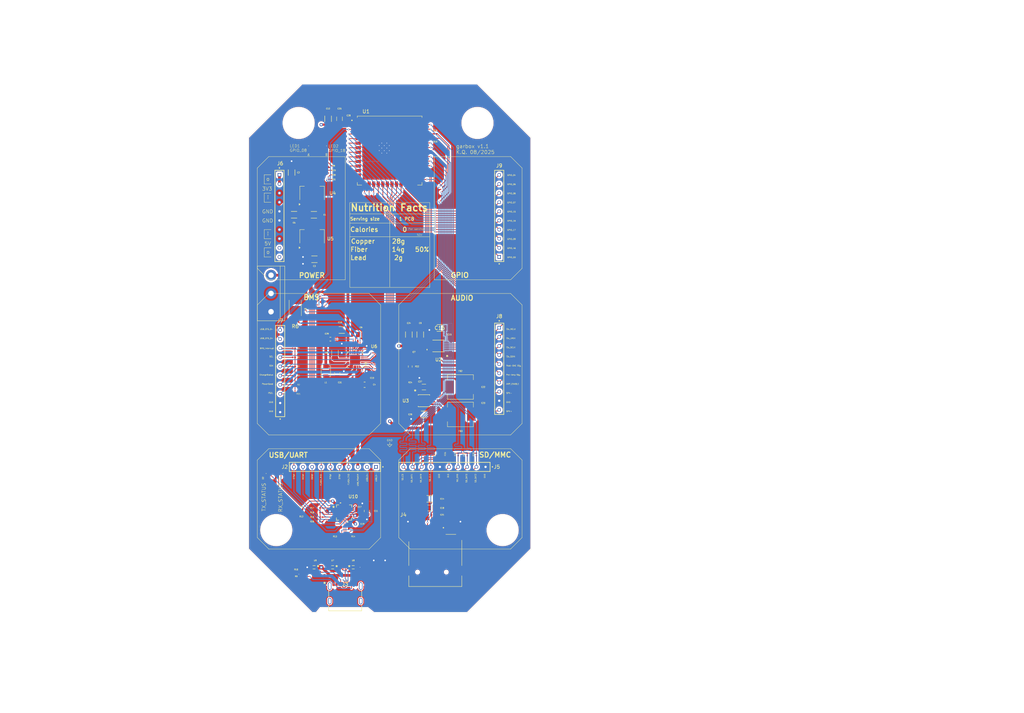
<source format=kicad_pcb>
(kicad_pcb (version 20241229) (generator "pcbnew") (generator_version "9.0")
  (layers (0 "F.Cu" signal "SigF.Cu") (4 "In1.Cu" power "GND.Cu") (6 "In2.Cu" power "POWER.Cu") (2 "B.Cu" signal "SigB.Cu") (13 "F.Paste" user) (15 "B.Paste" user) (5 "F.SilkS" user "F.Silkscreen") (7 "B.SilkS" user "B.Silkscreen") (1 "F.Mask" user) (3 "B.Mask" user) (25 "Edge.Cuts" user))
  (net 0 "")
  (net 1 "/PowerRegulation/3V3")
  (net 2 "GND")
  (net 3 "Net-(U6-REGN)")
  (net 4 "Net-(C7-Pad2)")
  (net 5 "Net-(U2-FILT+)")
  (net 6 "/BatteryManagement/PackPlus")
  (net 7 "Net-(U2-VQ)")
  (net 8 "Net-(U10-3V3OUT)")
  (net 9 "+5V")
  (net 10 "+3.3V")
  (net 11 "Net-(U6-BTST)")
  (net 12 "Net-(C29-Pad1)")
  (net 13 "Net-(C31-Pad2)")
  (net 14 "/USB_Data&Power/CBUS2")
  (net 15 "Net-(D1-A)")
  (net 16 "Net-(D2-A)")
  (net 17 "/USB_Data&Power/CBUS1")
  (net 18 "Net-(U1-TXD0)")
  (net 19 "Net-(U3-VO-)")
  (net 20 "Net-(U3-VO+)")
  (net 21 "/BatteryManagement/PackMid")
  (net 24 "/USB_PowerSupply")
  (net 25 "/PowerRegulation/5V")
  (net 26 "/Spk-")
  (net 27 "Net-(U6-MID)")
  (net 28 "Net-(U6-CBSET)")
  (net 29 "/USB_Data&Power/USB_D+")
  (net 30 "/USB_Data&Power/USB_D-")
  (net 31 "/USB_Data&Power/RI#")
  (net 32 "/USB_Data&Power/DSR#")
  (net 33 "/USB_Data&Power/DCD#")
  (net 34 "/Spk+")
  (net 35 "/FLASH_TXD")
  (net 36 "/SD_CD")
  (net 37 "/SD_DAT1")
  (net 38 "/DTR#")
  (net 39 "/RTS#")
  (net 40 "/FLASH_RXD")
  (net 41 "/SD_CLK")
  (net 42 "Net-(U1-RXD0)")
  (net 43 "/PowerGood")
  (net 44 "Net-(U1-IO19)")
  (net 45 "/SDA")
  (net 46 "/USB_OTG_D+")
  (net 47 "/SCL")
  (net 48 "/USB_OTG_D-")
  (net 49 "/SD_DAT3")
  (net 50 "/BMS_Interrupt")
  (net 51 "/ChargeStatus")
  (net 52 "/PSEL")
  (net 53 "/SD_DAT2")
  (net 54 "/i2s_MCLK")
  (net 55 "/i2s_SDIN")
  (net 56 "/i2s_SCLK")
  (net 57 "/i2s_LRCK")
  (net 58 "/AMP_ENABLE")
  (net 61 "Net-(C8-Pad1)")
  (net 65 "Net-(D3-A)")
  (net 66 "Net-(D4-A)")
  (net 67 "Net-(U1-IO20)")
  (net 68 "/SD_DAT0")
  (net 69 "/SD_CMD")
  (net 70 "/GPIO_03")
  (net 71 "/GPIO_46")
  (net 72 "/GPIO_09")
  (net 73 "/GPIO_04")
  (net 74 "/GPLED_02")
  (net 75 "/CTS#")
  (net 76 "/GPLED_01")
  (net 77 "/PreAmp")
  (net 78 "/PostDac")
  (net 79 "/GPIO_16")
  (net 80 "/GPIO_06")
  (net 81 "/GPIO_15")
  (net 82 "/GPIO_07")
  (net 83 "/GPIO_05")
  (net 84 "/GPIO_17")
  (net 85 "Net-(J3-CC1-PadB5)")
  (net 86 "Net-(J3-D+-PadA6)")
  (net 87 "Net-(J3-D--PadA7)")
  (net 88 "Net-(J3-CC1-PadA5)")
  (footprint "12402012E212A:12402012E212A_AMP" (layer "F.Cu") (at 103.18 173.420299)
    (property "Reference" "J3")
    (property "Value" "USB4056-03-A_REVA2")
  )
  (footprint "Resistor_SMD:R_0201_0603Metric" (layer "F.Cu") (at 91.755 167.64 180)
    (property "Reference" "R9")
    (property "Value" "5.1k")
  )
  (footprint "MSD_4_A:CUI_MSD-4-A" (layer "F.Cu") (at 128.27 163.195)
    (property "Reference" "J4")
    (property "Value" "MSD-4-A")
  )
  (footprint "TS_110_G_A:SAMTEC_TS-110-G-A" (layer "F.Cu") (at 146.05 67.31 90)
    (property "Reference" "J9")
    (property "Value" "TS-110-G-A")
  )
  (footprint "Inductor_SMD:L_Sunlord_MWSA0603S" (layer "F.Cu") (at 135.255 114.935 180)
    (property "Reference" "FB2")
    (property "Value" "GZ1608D601TF")
  )
  (footprint "Resistor_SMD:R_0201_0603Metric" (layer "F.Cu") (at 134.62 133.67 90)
    (property "Reference" "R25")
    (property "Value" "10k")
  )
  (footprint "Resistor_SMD:R_0201_0603Metric" (layer "F.Cu") (at 102.235 55.88 180)
    (property "Reference" "R30")
    (property "Value" "22")
  )
  (footprint "CL31A106KBHNNNE:CAP_CL31_SAM" (layer "F.Cu") (at 94.615 79.375)
    (property "Reference" "C3")
    (property "Value" "10uF")
  )
  (footprint "Package_TO_SOT_SMD:SOT-223-3_TabPin2" (layer "F.Cu") (at 93.98 60.96 90)
    (property "Reference" "U4")
    (property "Value" "AMS1117-3.3")
  )
  (footprint "Resistor_SMD:R_0201_0603Metric" (layer "F.Cu") (at 88.9 116.84 180)
    (property "Reference" "R21")
    (property "Value" "10k")
  )
  (footprint "CL31A106KBHNNNE:CAP_CL31_SAM" (layer "F.Cu") (at 129.5 98.5)
    (property "Reference" "C16")
    (property "Value" "10uF")
  )
  (footprint "LED_SMD:LED_0201_0603Metric" (layer "F.Cu") (at 80.32 139 180)
    (property "Reference" "D2")
    (property "Value" "LED")
  )
  (footprint "CL31A106KBHNNNE:CAP_CL31_SAM" (layer "F.Cu") (at 88.265 55.245 -90)
    (property "Reference" "C2")
    (property "Value" "10uF")
  )
  (footprint "CL10A335KP8NNNC:CAPC1608X90N" (layer "F.Cu") (at 121.285 105.41 -90)
    (property "Reference" "C7")
    (property "Value" "3.3uF")
  )
  (footprint "Resistor_SMD:R_0201_0603Metric" (layer "F.Cu") (at 91 149 180)
    (property "Reference" "R11")
    (property "Value" "270")
  )
  (footprint "Inductor_SMD:L_Sunlord_MWSA0603S" (layer "F.Cu") (at 135.255 122.555 180)
    (property "Reference" "FB3")
    (property "Value" "GZ1608D601TF")
  )
  (footprint "LED_SMD:LED_0201_0603Metric" (layer "F.Cu") (at 85 139 180)
    (property "Reference" "D1")
    (property "Value" "LED")
  )
  (footprint "Resistor_SMD:R_0201_0603Metric" (layer "F.Cu") (at 102.235 54.61 180)
    (property "Reference" "R23")
    (property "Value" "270")
  )
  (footprint "CL31A106KBHNNNE:CAP_CL31_SAM" (layer "F.Cu") (at 98.425 40.2778 -90)
    (property "Reference" "C12")
    (property "Value" "10uF")
  )
  (footprint "Resistor_SMD:R_0201_0603Metric" (layer "F.Cu") (at 96.52 151.13 180)
    (property "Reference" "R19")
    (property "Value" "10k")
  )
  (footprint "CL05B224KO5NNNC:CAPC1005X55N" (layer "F.Cu") (at 108.585 112.395)
    (property "Reference" "C13")
    (property "Value" "100nF")
  )
  (footprint "CL21A106KAYNNNE:CAP_CL21_SAM" (layer "F.Cu") (at 100.965 111.125 -90)
    (property "Reference" "C31")
    (property "Value" "10uF")
  )
  (footprint "CL31A106KBHNNNE:CAP_CL31_SAM" (layer "F.Cu") (at 102.235 99.06)
    (property "Reference" "C10")
    (property "Value" "10uF")
  )
  (footprint "TS_110_G_A:SAMTEC_TS-110-G-A" (layer "F.Cu") (at 85.09 110.49 90)
    (property "Reference" "J7")
    (property "Value" "TS-110-G-A")
  )
  (footprint "TerminalBlock:TerminalBlock_bornier-3_P5.08mm" (layer "F.Cu") (at 82.543589 93.970079 90)
    (property "Reference" "J1" (hide yes))
    (property "Value" "Batteries Terminal")
  )
  (footprint "CL10B473KB8NNNC:CAP_CL10_SAM" (layer "F.Cu") (at 99.06 101.6)
    (property "Reference" "C29")
    (property "Value" "47nF")
  )
  (footprint "Resistor_SMD:R_0201_0603Metric" (layer "F.Cu") (at 88.9 104.14 180)
    (property "Reference" "R4")
    (property "Value" "10k")
  )
  (footprint "Resistor_SMD:R_2512_6332Metric" (layer "F.Cu") (at 89.281 92.9225 90)
    (property "Reference" "R6")
    (property "Value" "10")
  )
  (footprint "BQ25887RGER:VQFN24_RGE_TEX" (layer "F.Cu") (at 105.929999 107.3658 180)
    (property "Reference" "U6")
    (property "Value" "BQ25887RGER")
  )
  (footprint "CPDQ5V0_HF:CPDQ" (layer "F.Cu") (at 94.5261 165.1 180)
    (property "Reference" "U9")
    (property "Value" "CPDQ5V0-HF")
  )
  (footprint "Resistor_SMD:R_0603_1608Metric" (layer "F.Cu") (at 121.285 109.22 -90)
    (property "Reference" "R22")
    (property "Value" "470Ω")
  )
  (footprint "CPDQ5V0_HF:CPDQ" (layer "F.Cu") (at 99.695 165.1 180)
    (property "Reference" "U7")
    (property "Value" "CPDQ5V0-HF")
  )
  (footprint "Resistor_SMD:R_0201_0603Metric" (layer "F.Cu") (at 96.52 148.59)
    (property "Reference" "R17")
    (property "Value" "10k")
  )
  (footprint "Resistor_SMD:R_0201_0603Metric" (layer "F.Cu") (at 91.76 166.37 180)
    (property "Reference" "R10")
    (property "Value" "5.1k")
  )
  (footprint "CL31B105KBHNNNE:CAPC3216X180N" (layer "F.Cu") (at 125.095 114.935)
    (property "Reference" "C27")
    (property "Value" "1uF")
  )
  (footprint "CL31A106KBHNNNE:CAP_CL31_SAM" (layer "F.Cu") (at 94.472199 67)
    (property "Reference" "C1")
    (property "Value" "10uF")
  )
  (footprint "Resistor_SMD:R_0201_0603Metric" (layer "F.Cu") (at 139.7 133.67 90)
    (property "Reference" "R28")
    (property "Value" "10k")
  )
  (footprint "Resistor_SMD:R_0201_0603Metric" (layer "F.Cu") (at 88.9 114.3 180)
    (property "Reference" "R2")
    (property "Value" "10k")
  )
  (footprint "Resistor_SMD:R_0201_0603Metric" (layer "F.Cu") (at 88.9 109.22 180)
    (property "Reference" "R7")
    (property "Value" "10k")
  )
  (footprint "Inductor_SMD:L_Wuerth_WE-GF-1210" (layer "F.Cu") (at 97.79 110.5408 -90)
    (property "Reference" "L1")
    (property "Value" "1uH")
  )
  (footprint "Capacitor_SMD:C_1206_3216Metric" (layer "F.Cu") (at 100.33 105.41 90)
    (property "Reference" "C8")
    (property "Value" "47uF")
  )
  (footprint "CL31A106KBHNNNE:CAP_CL31_SAM" (layer "F.Cu") (at 124.07265 100.33 -90)
    (property "Reference" "C9")
    (property "Value" "10uF")
  )
  (footprint "Capacitor_SMD:C_0201_0603Metric" (layer "F.Cu") (at 141.605 116.84 -90)
    (property "Reference" "C22")
    (property "Value" "220pF")
  )
  (footprint "CL31A106KBHNNNE:CAP_CL31_SAM" (layer "F.Cu") (at 120.89765 100.33 -90)
    (property "Reference" "C24")
    (property "Value" "10uF")
  )
  (footprint "Resistor_SMD:R_0201_0603Metric" (layer "F.Cu") (at 91 151.68 180)
    (property "Reference" "R12")
    (property "Value" "270")
  )
  (footprint "CL05B224KO5NNNC:CAPC1005X55N" (layer "F.Cu") (at 126.689 150.495)
    (property "Reference" "C21")
    (property "Value" "100nF")
  )
  (footprint "CL31A106KBHNNNE:CAP_CL31_SAM" (layer "F.Cu") (at 125.095 122.555)
    (property "Reference" "C20")
    (property "Value" "10uF")
  )
  (footprint "Package_TO_SOT_SMD:SOT-223-3_TabPin2" (layer "F.Cu") (at 93.98 73.025 90)
    (property "Reference" "U5")
    (property "Value" "AMS1117-5.0")
  )
  (footprint "CL05B224KO5NNNC:CAPC1005X55N" (layer "F.Cu") (at 130.568 100.33)
    (property "Reference" "C15")
    (property "Value" "100nF")
  )
  (footprint "Resistor_SMD:R_0201_0603Metric" (layer "F.Cu") (at 96.525 152.4)
    (property "Reference" "R20")
    (property "Value" "10k")
  )
  (footprint "Capacitor_SMD:C_0805_2012Metric" (layer "F.Cu") (at 107.63 100.33 180)
    (property "Reference" "C6")
    (property "Value" "4.7uF")
  )
  (footprint "Resistor_SMD:R_0201_0603Metric" (layer "F.Cu") (at 128.905 133.665 90)
    (property "Reference" "R27")
    (property "Value" "10k")
  )
  (footprint "CL05B224KO5NNNC:CAPC1005X55N" (layer "F.Cu") (at 104.14 41.3608 -90)
    (property "Reference" "C28")
    (property "Value" "100nF")
  )
  (footprint "FT231XQ_T:QFN20_FT231XQ_FTD" (layer "F.Cu") (at 102.87 149.86)
    (property "Reference" "U10")
    (property "Value" "FT231XQ-T")
  )
  (footprint "Capacitor_SMD:C_0201_0603Metric" (layer "F.Cu") (at 141.605 121.285 90)
    (property "Reference" "C23")
    (property "Value" "220pF")
  )
  (footprint "Capacitor_SMD:C_0805_2012Metric" (layer "F.Cu") (at 109.22 149.428 -90)
    (property "Reference" "C11")
    (property "Value" "4.7uF")
  )
  (footprint "Resistor_SMD:R_0201_0603Metric" (layer "F.Cu") (at 88.895 106.68 180)
    (property "Reference" "R1")
    (property "Value" "10k")
  )
  (footprint "LED_SMD:LED_0201_0603Metric" (layer "F.Cu") (at 93 48.68 -90)
    (property "Reference" "D4")
    (property "Value" "LED")
  )
  (footprint "TS_110_G_A:SAMTEC_TS-110-G-A" (layer "F.Cu") (at 146.05 109.855 -90)
    (property "Reference" "J8")
    (property "Value" "TS-110-G-A")
  )
  (footprint "Resistor_SMD:R_0201_0603Metric" (layer "F.Cu") (at 103.505 156.53 -90)
    (property "Reference" "R14")
    (property "Value" "22")
  )
  (footprint "CL31A106KBHNNNE:CAP_CL31_SAM" (layer "F.Cu") (at 88.94962 66.987031 180)
    (property "Reference" "C5")
    (property "Value" "10uF")
  )
  (footprint "Resistor_SMD:R_0201_0603Metric" (layer "F.Cu") (at 102.235 156.53 -90)
    (property "Reference" "R13")
    (property "Value" "22")
  )
  (footprint "Resistor_SMD:R_0201_0603Metric" (layer "F.Cu") (at 102.238323 53.416608 180)
    (property "Reference" "R8")
    (property "Value" "270")
  )
  (footprint "ESP32_S3_WROOM_1U_N4R8:XCVR_ESP32-S3-WROOM-1U-N4R8" (layer "F.Cu") (at 115.5576 49.1262)
    (property "Reference" "U1")
    (property "Value" "ESP32-S3-WROOM-1U-N4R8")
  )
  (footprint "CL31B105KBHNNNE:CAPC3216X180N" (layer "F.Cu") (at 101.6 40.2778 90)
    (property "Reference" "C25")
    (property "Value" "1uF")
  )
  (footprint "Resistor_SMD:R_0201_0603Metric" (layer "F.Cu") (at 96.52 149.86 180)
    (property "Reference" "R18")
    (property "Value" "10k")
  )
  (footprint "LED_SMD:LED_0201_0603Metric" (layer "F.Cu") (at 98 48.68 -90)
    (property "Reference" "D3")
    (property "Value" "LED")
  )
  (footprint "Resistor_SMD:R_0201_0603Metric" (layer "F.Cu") (at 102.235 57.15 180)
    (property "Reference" "R31")
    (property "Value" "22")
  )
  (footprint "CPDQ5V0_HF:CPDQ" (layer "F.Cu") (at 105.41 165.1)
    (property "Reference" "U8")
    (property "Value" "CPDQ5V0-HF")
  )
  (footprint "Resistor_SMD:R_0201_0603Metric" (layer "F.Cu") (at 92.075 91.948 90)
    (property "Reference" "R5")
    (property "Value" "300")
  )
  (footprint "CL31B105KBHNNNE:CAPC3216X180N" (layer "F.Cu") (at 126.689 148.59 180)
    (property "Reference" "C18")
    (property "Value" "1uF")
  )
  (footprint "TS_110_G_A:SAMTEC_TS-110-G-A" (layer "F.Cu") (at 130.81 137.16 180)
    (property "Reference" "J5")
    (property "Value" "TS-110-G-A")
  )
  (footprint "Resistor_SMD:R_0201_0603Metric" (layer "F.Cu") (at 121.605 112.395)
    (property "Reference" "R24")
    (property "Value" "10k")
  )
  (footprint "Resistor_SMD:R_0201_0603Metric" (layer "F.Cu") (at 130.175 133.665 90)
    (property "Reference" "R26")
    (property "Value" "10k")
  )
  (footprint "CL21A106KAYNNNE:CAP_CL21_SAM" (layer "F.Cu") (at 108.585 114.3)
    (property "Reference" "C4")
    (property "Value" "10uF")
  )
  (footprint "Resistor_SMD:R_0201_0603Metric" (layer "F.Cu") (at 137.16 133.67 90)
    (property "Reference" "R29")
    (property "Value" "10k")
  )
  (footprint "TS_110_G_A:SAMTEC_TS-110-G-A" (layer "F.Cu") (at 100.33 137.16 180)
    (property "Reference" "J2")
    (property "Value" "TS-110-G-A")
  )
  (footprint "Resistor_SMD:R_0201_0603Metric" (layer "F.Cu") (at 88.9 111.76 180)
    (property "Reference" "R3")
    (property "Value" "10k")
  )
  (footprint "PAM8302AASCR:PAM8302AASCR_DIO" (layer "F.Cu") (at 125.095 118.745)
    (property "Reference" "U3")
    (property "Value" "PAM8302AASCR")
  )
  (footprint "Resistor_SMD:R_0201_0603Metric" (layer "F.Cu") (at 128.27 45.72 180)
    (property "Reference" "R16")
    (property "Value" "22")
  )
  (footprint "CL05B224KO5NNNC:CAPC1005X55N" (layer "F.Cu") (at 107.315 149.86 -90)
    (property "Reference" "C17")
    (property "Value" "100nF")
  )
  (footprint "CS4344_CZZR:CIR_3TSSOP-10" (layer "F.Cu") (at 129.15265 103.505 180)
    (property "Reference" "U2")
    (property "Value" "CS4344-CZZR")
  )
  (footprint "CL31A106KBHNNNE:CAP_CL31_SAM" (layer "F.Cu") (at 126.689 146.05)
    (property "Reference" "C14")
    (property "Value" "10uF")
  )
  (footprint "CL05B224KO5NNNC:CAPC1005X55N" (layer "F.Cu") (at 106.883 151.765 180)
    (property "Reference" "C19")
    (property "Value" "100nF")
  )
  (footprint "TS_110_G_A:SAMTEC_TS-110-G-A" (layer "F.Cu") (at 84.883326 67.308262 -90)
    (property "Reference" "J6")
    (property "Value" "TS-110-G-A")
  )
  (footprint "Resistor_SMD:R_0201_0603Metric" (layer "F.Cu") (at 128.27 44.45 180)
    (property "Reference" "R15")
    (property "Value" "22")
  )
  (gr_line (start 149.225 88.9) (end 121.285 88.9) (stroke (width 0.1)) (layer "F.SilkS"))
  (gr_line (start 121.285 88.9) (end 118.11 92.075) (stroke (width 0.1)) (layer "F.SilkS"))
  (gr_line (start 149.225 85.09) (end 127.9525 85.09) (stroke (width 0.1)) (layer "F.SilkS"))
  (gr_line (start 78.74 125.095) (end 81.915 128.27) (stroke (width 0.1)) (layer "F.SilkS"))
  (gr_line (start 81.915 132.08) (end 78.74 135.255) (stroke (width 0.1)) (layer "F.SilkS"))
  (gr_line (start 103.208255 85.09) (end 103.208255 50.806708) (stroke (width 0.1)) (layer "F.SilkS"))
  (gr_line (start 81.915 88.9) (end 109.855 88.9) (stroke (width 0.1)) (layer "F.SilkS"))
  (gr_line (start 80.645 71.119027) (end 82.55 71.119027) (stroke (width 0.1)) (layer "F.SilkS"))
  (gr_line (start 115.57 130.937) (end 114.935 130.937) (stroke (width 0.1)) (layer "F.SilkS"))
  (gr_line (start 82.55 73.659027) (end 80.645 73.659027) (stroke (width 0.1)) (layer "F.SilkS"))
  (gr_line (start 149.225 50.8) (end 127.9525 50.8) (stroke (width 0.1)) (layer "F.SilkS"))
  (gr_line (start 149.225 132.08) (end 121.285 132.08) (stroke (width 0.1)) (layer "F.SilkS"))
  (gr_line (start 80.645 58.42) (end 80.645 55.88) (stroke (width 0.1)) (layer "F.SilkS"))
  (gr_line (start 152.4 92.075) (end 149.225 88.9) (stroke (width 0.1)) (layer "F.SilkS"))
  (gr_line (start 118.11 135.255) (end 118.11 156.845) (stroke (width 0.1)) (layer "F.SilkS"))
  (gr_line (start 80.645 76.199027) (end 80.645 78.739027) (stroke (width 0.1)) (layer "F.SilkS"))
  (gr_line (start 149.225 160.02) (end 121.285 160.02) (stroke (width 0.1)) (layer "F.SilkS"))
  (gr_line (start 78.74 156.845) (end 81.915 160.02) (stroke (width 0.1)) (layer "F.SilkS"))
  (gr_line (start 152.4 135.255) (end 149.225 132.08) (stroke (width 0.1)) (layer "F.SilkS"))
  (gr_line (start 152.4 53.975) (end 152.4 81.915) (stroke (width 0.1)) (layer "F.SilkS"))
  (gr_line (start 109.855 160.02) (end 113.03 156.845) (stroke (width 0.1)) (layer "F.SilkS"))
  (gr_line (start 114.935 130.937) (end 115.57 131.572) (stroke (width 0.1)) (layer "F.SilkS"))
  (gr_line (start 81.915 50.8) (end 78.74 53.975) (stroke (width 0.1)) (layer "F.SilkS"))
  (gr_line (start 82.55 76.199027) (end 80.645 76.199027) (stroke (width 0.1)) (layer "F.SilkS"))
  (gr_line (start 118.11 156.845) (end 121.285 160.02) (stroke (width 0.1)) (layer "F.SilkS"))
  (gr_line (start 103.208255 50.806708) (end 81.915 50.8) (stroke (width 0.1)) (layer "F.SilkS"))
  (gr_line (start 82.55 60.96) (end 80.645 60.96) (stroke (width 0.1)) (layer "F.SilkS"))
  (gr_line (start 104.481726 69.302493) (end 126.706726 69.302493) (stroke (width 0.1)) (layer "F.SilkS"))
  (gr_line (start 78.74 125.095) (end 78.74 92.075) (stroke (width 0.1)) (layer "F.SilkS"))
  (gr_line (start 81.915 85.09) (end 78.74 81.915) (stroke (width 0.1)) (layer "F.SilkS"))
  (gr_line (start 116.205 130.937) (end 115.57 130.937) (stroke (width 0.1)) (layer "F.SilkS"))
  (gr_rect (start 104.481726 63.587493) (end 126.710619 87.221522) (stroke (width 0.1)) (fill no) (layer "F.SilkS"))
  (gr_line (start 149.225 50.8) (end 152.4 53.975) (stroke (width 0.1)) (layer "F.SilkS"))
  (gr_line (start 152.4 135.255) (end 152.4 156.845) (stroke (width 0.1)) (layer "F.SilkS"))
  (gr_line (start 118.11 125.095) (end 118.11 92.075) (stroke (width 0.1)) (layer "F.SilkS"))
  (gr_line (start 80.645 78.739027) (end 82.55 78.739027) (stroke (width 0.1)) (layer "F.SilkS"))
  (gr_line (start 104.481726 66.762493) (end 126.706726 66.762493) (stroke (width 0.1)) (layer "F.SilkS"))
  (gr_line (start 118.11 135.255) (end 121.285 132.08) (stroke (width 0.1)) (layer "F.SilkS"))
  (gr_line (start 81.915 160.02) (end 109.855 160.02) (stroke (width 0.1)) (layer "F.SilkS"))
  (gr_line (start 104.481726 73.112493) (end 126.706726 73.112493) (stroke (width 0.1)) (layer "F.SilkS"))
  (gr_line (start 78.74 135.255) (end 78.74 156.845) (stroke (width 0.1)) (layer "F.SilkS"))
  (gr_line (start 152.4 156.845) (end 149.225 160.02) (stroke (width 0.1)) (layer "F.SilkS"))
  (gr_line (start 127.9525 85.09) (end 127.9525 50.8) (stroke (width 0.1)) (layer "F.SilkS"))
  (gr_line (start 109.855 128.27) (end 113.03 125.095) (stroke (width 0.1)) (layer "F.SilkS"))
  (gr_line (start 113.03 135.255) (end 113.03 156.845) (stroke (width 0.1)) (layer "F.SilkS"))
  (gr_line (start 81.915 128.27) (end 109.855 128.27) (stroke (width 0.1)) (layer "F.SilkS"))
  (gr_line (start 80.645 73.659027) (end 80.645 71.119027) (stroke (width 0.1)) (layer "F.SilkS"))
  (gr_line (start 81.915 93.853) (end 82.308772 94.758416) (stroke (width 0.1)) (layer "F.SilkS"))
  (gr_line (start 80.645 63.5) (end 82.55 63.5) (stroke (width 0.1)) (layer "F.SilkS"))
  (gr_line (start 81.915 132.08) (end 109.855 132.08) (stroke (width 0.1)) (layer "F.SilkS"))
  (gr_line (start 152.4 125.095) (end 152.4 92.075) (stroke (width 0.1)) (layer "F.SilkS"))
  (gr_line (start 149.225 128.27) (end 121.285 128.27) (stroke (width 0.1)) (layer "F.SilkS"))
  (gr_line (start 103.208255 85.09) (end 81.915 85.09) (stroke (width 0.1)) (layer "F.SilkS"))
  (gr_line (start 80.645 55.88) (end 82.55 55.88) (stroke (width 0.1)) (layer "F.SilkS"))
  (gr_line (start 80.645 60.96) (end 80.645 63.5) (stroke (width 0.1)) (layer "F.SilkS"))
  (gr_line (start 115.57 131.572) (end 116.205 130.937) (stroke (width 0.1)) (layer "F.SilkS"))
  (gr_line (start 152.4 81.915) (end 149.225 85.09) (stroke (width 0.1)) (layer "F.SilkS"))
  (gr_line (start 82.55 58.42) (end 80.645 58.42) (stroke (width 0.1)) (layer "F.SilkS"))
  (gr_line (start 109.855 132.08) (end 113.03 135.255) (stroke (width 0.1)) (layer "F.SilkS"))
  (gr_line (start 121.285 128.27) (end 118.11 125.095) (stroke (width 0.1)) (layer "F.SilkS"))
  (gr_line (start 78.74 53.975) (end 78.74 81.915) (stroke (width 0.1)) (layer "F.SilkS"))
  (gr_line (start 78.74 92.075) (end 81.915 88.9) (stroke (width 0.1)) (layer "F.SilkS"))
  (gr_line (start 115.594226 66.762493) (end 115.594226 87.082493) (stroke (width 0.1)) (layer "F.SilkS"))
  (gr_line (start 115.57 130.302) (end 115.57 130.937) (stroke (width 0.1)) (layer "F.SilkS"))
  (gr_line (start 113.03 125.095) (end 113.03 92.075) (stroke (width 0.1)) (layer "F.SilkS"))
  (gr_line (start 113.03 92.075) (end 109.855 88.9) (stroke (width 0.1)) (layer "F.SilkS"))
  (gr_line (start 149.225 128.27) (end 152.4 125.095) (stroke (width 0.1)) (layer "F.SilkS"))
  (gr_line (start 137.16 177.8) (end 154.94 160.02) (stroke (width 0.05)) (layer "Edge.Cuts"))
  (gr_line (start 76.2 45.48) (end 76.2 160.02) (stroke (width 0.05)) (layer "Edge.Cuts"))
  (gr_circle (center 147 154.747832) (end 151.248966 154.582851) (stroke (width 0.05)) (fill no) (layer "Edge.Cuts"))
  (gr_circle (center 90.230405 41.437229) (end 94.479371 41.272248) (stroke (width 0.05)) (fill no) (layer "Edge.Cuts"))
  (gr_line (start 111.193385 177.8) (end 137.16 177.8) (stroke (width 0.05)) (layer "Edge.Cuts"))
  (gr_line (start 93.98 177.8) (end 95.123 177.8) (stroke (width 0.05)) (layer "Edge.Cuts"))
  (gr_line (start 96.266 176.403) (end 109.474 176.403) (stroke (width 0.05)) (layer "Edge.Cuts"))
  (gr_line (start 76.2 160.02) (end 93.98 177.8) (stroke (width 0.05)) (layer "Edge.Cuts"))
  (gr_circle (center 140 41.437229) (end 144.248966 41.272248) (stroke (width 0.05)) (fill no) (layer "Edge.Cuts"))
  (gr_line (start 154.94 45.48) (end 154.94 160.02) (stroke (width 0.05)) (layer "Edge.Cuts"))
  (gr_line (start 109.474 176.403) (end 111.193385 177.8) (stroke (width 0.05)) (layer "Edge.Cuts"))
  (gr_line (start 91.2 30.48) (end 76.2 45.48) (stroke (width 0.05)) (layer "Edge.Cuts"))
  (gr_line (start 91.2 30.48) (end 139.94 30.48) (stroke (width 0.05)) (layer "Edge.Cuts"))
  (gr_circle (center 84 154.747832) (end 88.248966 154.582851) (stroke (width 0.05)) (fill no) (layer "Edge.Cuts"))
  (gr_line (start 139.94 30.48) (end 154.94 45.48) (stroke (width 0.05)) (layer "Edge.Cuts"))
  (gr_line (start 96.266 176.403) (end 95.123 177.8) (stroke (width 0.05)) (layer "Edge.Cuts"))
  (gr_text "GND" (at 116.384596 130.039602 0) (layer "F.SilkS") (effects (font (size 0.508 0.508) (thickness 0.0635)) (justify right bottom)))
  (gr_text "Serving size        1 PCB" (at 104.481726 68.667493 0) (layer "F.SilkS") (effects (font (size 0.889 0.889) (thickness 0.1778) (bold yes)) (justify left bottom)))
  (gr_text "DTR#" (at 101.832744 139.123994 90) (layer "F.SilkS") (effects (font (size 0.381 0.381) (thickness 0.0635)) (justify right bottom)))
  (gr_text "GND" (at 83.185 119.38 0) (layer "F.SilkS") (effects (font (size 0.381 0.381) (thickness 0.0635)) (justify right bottom)))
  (gr_text "USB_OTG_D+" (at 83.185 101.6 0) (layer "F.SilkS") (effects (font (size 0.381 0.381) (thickness 0.0635)) (justify right bottom)))
  (gr_text "Copper     28g   " (at 104.665332 75.104472 0) (layer "F.SilkS") (effects (font (size 1.27 1.27) (thickness 0.22225) (bold yes)) (justify left bottom)))
  (gr_text "garbox v1.1 \nK.Q. 08/2025" (at 134 50.165 0) (layer "F.SilkS") (effects (font (size 1.016 1.016) (thickness 0.1016)) (justify left bottom)))
  (gr_text "i2s_MCLK" (at 147.955 99.06 0) (layer "F.SilkS") (effects (font (size 0.381 0.381) (thickness 0.0635)) (justify left bottom)))
  (gr_text "BMS" (at 91.44 90.805 0) (layer "F.SilkS") (effects (font (size 1.397 1.397) (thickness 0.2794) (bold yes)) (justify left bottom)))
  (gr_text "PSEL" (at 83.185 116.84 0) (layer "F.SilkS") (effects (font (size 0.381 0.381) (thickness 0.0635)) (justify right bottom)))
  (gr_text "i" (at 81.384756 62.791211 0) (layer "F.SilkS") (effects (font (size 1 1) (thickness 0.1)) (justify left bottom)))
  (gr_text "SD_DAT2" (at 139.7 139.065 90) (layer "F.SilkS") (effects (font (size 0.381 0.381) (thickness 0.0635)) (justify right bottom)))
  (gr_text "USB/UART" (at 81.776553 134.689514 0) (layer "F.SilkS") (effects (font (size 1.397 1.397) (thickness 0.2794) (bold yes)) (justify left bottom)))
  (gr_text "SDA" (at 83.185 109.22 0) (layer "F.SilkS") (effects (font (size 0.381 0.381) (thickness 0.0635)) (justify right bottom)))
  (gr_text "AUDIO" (at 132.437209 90.976274 0) (layer "F.SilkS") (effects (font (size 1.397 1.397) (thickness 0.2794) (bold yes)) (justify left bottom)))
  (gr_text "GPIO_09" (at 148.246025 73.984158 0) (layer "F.SilkS") (effects (font (size 0.381 0.381) (thickness 0.0635)) (justify left bottom)))
  (gr_text "5V" (at 80.645 75.565 0) (layer "F.SilkS") (effects (font (size 1 1) (thickness 0.1)) (justify left bottom)))
  (gr_text "GND" (at 83.185 121.92 0) (layer "F.SilkS") (effects (font (size 0.381 0.381) (thickness 0.0635)) (justify right bottom)))
  (gr_text "RX_STATUS" (at 85.771829 149.818607 90) (layer "F.SilkS") (effects (font (size 1.016 1.016) (thickness 0.1016) (bold yes)) (justify left bottom)))
  (gr_text "SD_DAT3" (at 137.16 139.065 90) (layer "F.SilkS") (effects (font (size 0.381 0.381) (thickness 0.0635)) (justify right bottom)))
  (gr_text "Calories       0" (at 104.481726 71.842493 0) (layer "F.SilkS") (effects (font (size 1.27 1.27) (thickness 0.22225) (bold yes)) (justify left bottom)))
  (gr_text "ChargeStatus" (at 83.185 111.76 0) (layer "F.SilkS") (effects (font (size 0.381 0.381) (thickness 0.0635)) (justify right bottom)))
  (gr_text "SD_DAT0" (at 124.46 139.065 90) (layer "F.SilkS") (effects (font (size 0.381 0.381) (thickness 0.0635)) (justify right bottom)))
  (gr_text "USB_D+" (at 109.504063 140.12569 90) (layer "F.SilkS") (effects (font (size 0.381 0.381) (thickness 0.0635)) (justify bottom)))
  (gr_text "GPIO_06" (at 148.246025 61.284158 0) (layer "F.SilkS") (effects (font (size 0.381 0.381) (thickness 0.0635)) (justify left bottom)))
  (gr_text "SD_CLK" (at 127 139.065 90) (layer "F.SilkS") (effects (font (size 0.381 0.381) (thickness 0.0635)) (justify right bottom)))
  (gr_text "CTS#" (at 89.132744 139.123994 90) (layer "F.SilkS") (effects (font (size 0.381 0.381) (thickness 0.0635)) (justify right bottom)))
  (gr_text "GPIO_46" (at 148.246025 76.524158 0) (layer "F.SilkS") (effects (font (size 0.381 0.381) (thickness 0.0635)) (justify left bottom)))
  (gr_text "i" (at 81.377518 72.913393 0) (layer "F.SilkS") (effects (font (size 1 1) (thickness 0.1)) (justify left bottom)))
  (gr_text "DSR#" (at 94.212744 139.123994 90) (layer "F.SilkS") (effects (font (size 0.381 0.381) (thickness 0.0635)) (justify right bottom)))
  (gr_text "GPIO_05" (at 148.246025 58.744158 0) (layer "F.SilkS") (effects (font (size 0.381 0.381) (thickness 0.0635)) (justify left bottom)))
  (gr_text "GND" (at 129.54 139.065 90) (layer "F.SilkS") (effects (font (size 0.381 0.381) (thickness 0.0635)) (justify right bottom)))
  (gr_text "GND" (at 142.24 139.065 90) (layer "F.SilkS") (effects (font (size 0.381 0.381) (thickness 0.0635)) (justify right bottom)))
  (gr_text "3V3" (at 80.01 60.325 0) (layer "F.SilkS") (effects (font (size 1 1) (thickness 0.1)) (justify left bottom)))
  (gr_text "AMP_ENABLE" (at 147.955 114.3 0) (layer "F.SilkS") (effects (font (size 0.381 0.381) (thickness 0.0635)) (justify left bottom)))
  (gr_text "o" (at 81.191508 77.935675 0) (layer "F.SilkS") (effects (font (size 1 1) (thickness 0.1)) (justify left bottom)))
  (gr_text "SCL" (at 83.185 106.68 0) (layer "F.SilkS") (effects (font (size 0.381 0.381) (thickness 0.0635)) (justify right bottom)))
  (gr_text "i2s_SDIN" (at 147.955 106.68 0) (layer "F.SilkS") (effects (font (size 0.381 0.381) (thickness 0.0635)) (justify left bottom)))
  (gr_text "USB_D-" (at 112.044063 140.12569 90) (layer "F.SilkS") (effects (font (size 0.381 0.381) (thickness 0.0635)) (justify bottom)))
  (gr_text "GPIO_07" (at 148.246025 63.824158 0) (layer "F.SilkS") (effects (font (size 0.381 0.381) (thickness 0.0635)) (justify left bottom)))
  (gr_text "BMS_Interrupt" (at 79.375 104.391171 0) (layer "F.SilkS") (effects (font (size 0.381 0.381) (thickness 0.0635)) (justify left bottom)))
  (gr_text "Fiber       14g   50%" (at 104.53741 77.390628 0) (layer "F.SilkS") (effects (font (size 1.27 1.27) (thickness 0.22225) (bold yes)) (justify left bottom)))
  (gr_text "3V3" (at 132.08 139.065 90) (layer "F.SilkS") (effects (font (size 0.381 0.381) (thickness 0.0635)) (justify right bottom)))
  (gr_text "LED2\nGPIO_18" (at 98.47373 49.568477 0) (layer "F.SilkS") (effects (font (size 0.762 0.762) (thickness 0.0762) (bold yes)) (justify left bottom)))
  (gr_text "GPIO_15" (at 148.246025 66.364158 0) (layer "F.SilkS") (effects (font (size 0.381 0.381) (thickness 0.0635)) (justify left bottom)))
  (gr_text "GND" (at 80.01 69.215 0) (layer "F.SilkS") (effects (font (size 1 1) (thickness 0.1)) (justify left bottom)))
  (gr_text "POWER" (at 90.17 84.693106 0) (layer "F.SilkS") (effects (font (size 1.397 1.397) (thickness 0.2794) (bold yes)) (justify left bottom)))
  (gr_text "Pre-Amp Sig." (at 147.955 111.76 0) (layer "F.SilkS") (effects (font (size 0.381 0.381) (thickness 0.0635)) (justify left bottom)))
  (gr_text "SPK+" (at 147.955 121.92 0) (layer "F.SilkS") (effects (font (size 0.381 0.381) (thickness 0.0635)) (justify left bottom)))
  (gr_text "i2s_SCLK" (at 147.955 104.14 0) (layer "F.SilkS") (effects (font (size 0.381 0.381) (thickness 0.0635)) (justify left bottom)))
  (gr_text "SD_CMD" (at 134.62 139.065 90) (layer "F.SilkS") (effects (font (size 0.381 0.381) (thickness 0.0635)) (justify right bottom)))
  (gr_text "LED1\nGPIO_08" (at 87.713269 49.514336 0) (layer "F.SilkS") (effects (font (size 0.762 0.762) (thickness 0.0762) (bold yes)) (justify left bottom)))
  (gr_text "GND" (at 80.01 66.675 0) (layer "F.SilkS") (effects (font (size 1 1) (thickness 0.1)) (justify left bottom)))
  (gr_text "GPIO" (at 132.437209 84.626274 0) (layer "F.SilkS") (effects (font (size 1.397 1.397) (thickness 0.2794) (bold yes)) (justify left bottom)))
  (gr_text "RTS#" (at 99.292744 139.123994 90) (layer "F.SilkS") (effects (font (size 0.381 0.381) (thickness 0.0635)) (justify right bottom)))
  (gr_text "FLASH_TXD" (at 104.349644 140.637385 90) (layer "F.SilkS") (effects (font (size 0.381 0.381) (thickness 0.0635)) (justify bottom)))
  (gr_text "GPIO_03" (at 148.246025 79.064158 0) (layer "F.SilkS") (effects (font (size 0.381 0.381) (thickness 0.0635)) (justify left bottom)))
  (gr_text "GPIO_04" (at 148.246025 56.204158 0) (layer "F.SilkS") (effects (font (size 0.381 0.381) (thickness 0.0635)) (justify left bottom)))
  (gr_text "Post-DAC Sig." (at 147.955 109.22 0) (layer "F.SilkS") (effects (font (size 0.381 0.381) (thickness 0.0635)) (justify left bottom)))
  (gr_text "GND" (at 147.955 119.38 0) (layer "F.SilkS") (effects (font (size 0.381 0.381) (thickness 0.0635)) (justify left bottom)))
  (gr_text "FLASH_RXD" (at 96.646473 139.153895 90) (layer "F.SilkS") (effects (font (size 0.381 0.381) (thickness 0.0635)) (justify right bottom)))
  (gr_text "Per serving\n\n      %DV" (at 120.761832 72.888466 0) (layer "F.SilkS") (effects (font (size 0.508 0.508) (thickness 0.0508)) (justify left bottom)))
  (gr_text "DCD#" (at 91.672744 139.123994 90) (layer "F.SilkS") (effects (font (size 0.381 0.381) (thickness 0.0635)) (justify right bottom)))
  (gr_text "PowerGood" (at 83.185 114.3 0) (layer "F.SilkS") (effects (font (size 0.381 0.381) (thickness 0.0635)) (justify right bottom)))
  (gr_text "SD_DAT1" (at 121.92 139.065 90) (layer "F.SilkS") (effects (font (size 0.381 0.381) (thickness 0.0635)) (justify right bottom)))
  (gr_text "SD/MMC" (at 140.335 134.62 0) (layer "F.SilkS") (effects (font (size 1.397 1.397) (thickness 0.2794) (bold yes)) (justify left bottom)))
  (gr_text "USB_OTG_D-" (at 83.185 99.06 0) (layer "F.SilkS") (effects (font (size 0.381 0.381) (thickness 0.0635)) (justify right bottom)))
  (gr_text "o" (at 81.167744 57.61392 0) (layer "F.SilkS") (effects (font (size 1 1) (thickness 0.1)) (justify left bottom)))
  (gr_text "SD_CD" (at 119.38 139.065 90) (layer "F.SilkS") (effects (font (size 0.381 0.381) (thickness 0.0635)) (justify right bottom)))
  (gr_text "USB_POWER" (at 106.934862 139.094376 90) (layer "F.SilkS") (effects (font (size 0.381 0.381) (thickness 0.0635)) (justify right bottom)))
  (gr_text "SPK-" (at 147.955 116.84 0) (layer "F.SilkS") (effects (font (size 0.381 0.381) (thickness 0.0635)) (justify left bottom)))
  (gr_text "i2s_LRCK" (at 147.955 101.6 0) (layer "F.SilkS") (effects (font (size 0.381 0.381) (thickness 0.0635)) (justify left bottom)))
  (gr_text "TX_STATUS" (at 81.143222 149.608108 90) (layer "F.SilkS") (effects (font (size 1.016 1.016) (thickness 0.1016) (bold yes)) (justify left bottom)))
  (gr_text "Lead        2g  " (at 104.53741 79.676628 0) (layer "F.SilkS") (effects (font (size 1.27 1.27) (thickness 0.22225) (bold yes)) (justify left bottom)))
  (gr_text "GPIO_16" (at 148.246025 68.904158 0) (layer "F.SilkS") (effects (font (size 0.381 0.381) (thickness 0.0635)) (justify left bottom)))
  (gr_text "Nutrition Facts" (at 104.481726 66.127493 0) (layer "F.SilkS") (effects (font (size 1.905 1.905) (thickness 0.381) (bold yes)) (justify left bottom)))
  (gr_text "GPIO_17" (at 148.246025 71.444158 0) (layer "F.SilkS") (effects (font (size 0.381 0.381) (thickness 0.0635)) (justify left bottom)))
  (segment (start 105.9561 165.1) (end 107.315 165.1) (width 0.2032) (layer "F.Cu") (net 2))
  (segment (start 109.5128 112.8908) (end 109.017 112.395) (width 0.762) (layer "F.Cu") (net 2))
  (segment (start 99.297543 149.86) (end 102.87 149.86) (width 0.2032) (layer "F.Cu") (net 2))
  (segment (start 125.161199 148.077199) (end 125.161199 146.05) (width 0.2032) (layer "F.Cu") (net 2))
  (segment (start 127.91005 103.505) (end 127 103.505) (width 0.2032) (layer "F.Cu") (net 2))
  (segment (start 141.605 117.475) (end 142.875 118.745) (width 0.2032) (layer "F.Cu") (net 2))
  (segment (start 91.68 66.041523) (end 92.619784 66.981307) (width 0.762) (layer "F.Cu") (net 2))
  (segment (start 125.02 151.732) (end 125.02 155.445) (width 0.2032) (layer "F.Cu") (net 2))
  (segment (start 128.333099 118.290701) (end 128.203801 118.419999) (width 0.2032) (layer "F.Cu") (net 2))
  (segment (start 91.68 64.11) (end 91.68 66.041523) (width 0.762) (layer "F.Cu") (net 2))
  (segment (start 84.883326 66.038262) (end 86.786588 64.135) (width 0.762) (layer "F.Cu") (net 2))
  (segment (start 107.95 148.463) (end 107.965 148.478) (width 0.762) (layer "F.Cu") (net 2))
  (segment (start 141.605 117.475) (end 141.605 117.16) (width 0.2032) (layer "F.Cu") (net 2))
  (segment (start 101.961199 38.749999) (end 104.14 40.9288) (width 0.6096) (layer "F.Cu") (net 2))
  (segment (start 91.422929 66.041523) (end 90.477421 66.987031) (width 0.762) (layer "F.Cu") (net 2))
  (segment (start 128.83265 102.5824) (end 127.91005 103.505) (width 0.2032) (layer "F.Cu") (net 2))
  (segment (start 104.14 40.9288) (end 103.9448 40.7336) (width 0.6096) (layer "F.Cu") (net 2))
  (segment (start 104.7623 149.86) (end 102.87 149.86) (width 0.2032) (layer "F.Cu") (net 2))
  (segment (start 91.68 66.041523) (end 91.422929 66.041523) (width 0.762) (layer "F.Cu") (net 2))
  (segment (start 107.95 147.32) (end 107.95 148.463) (width 0.762) (layer "F.Cu") (net 2))
  (segment (start 99.979999 169.479999) (end 99 168.5) (width 0.2032) (layer "F.Cu") (net 2))
  (segment (start 141.605 120.965) (end 141.605 120.015) (width 0.2032) (layer "F.Cu") (net 2))
  (segment (start 92.075 79.375) (end 93.087199 79.375) (width 0.762) (layer "F.Cu") (net 2))
  (segment (start 107.965 148.478) (end 109.22 148.478) (width 0.762) (layer "F.Cu") (net 2))
  (segment (start 91.44 166.37) (end 90.932 166.37) (width 0.2032) (layer "F.Cu") (net 2))
  (segment (start 99.979999 169.749999) (end 99.979999 169.479999) (width 0.2032) (layer "F.Cu") (net 2))
  (segment (start 125.229 148.59) (end 125.229 148.145) (width 0.2032) (layer "F.Cu") (net 2))
  (segment (start 126.257 150.495) (end 125.02 151.732) (width 0.2032) (layer "F.Cu") (net 2))
  (segment (start 109.5128 114.3) (end 109.5128 112.8908) (width 0.762) (layer "F.Cu") (net 2))
  (segment (start 105.537 149.86) (end 104.7623 149.86) (width 0.2032) (layer "F.Cu") (net 2))
  (segment (start 125.229 148.145) (end 125.161199 148.077199) (width 0.2032) (layer "F.Cu") (net 2))
  (segment (start 141.605 120.015) (end 142.875 118.745) (width 0.2032) (layer "F.Cu") (net 2))
  (segment (start 98.933775 149.496232) (end 99.297543 149.86) (width 0.2032) (layer "F.Cu") (net 2))
  (segment (start 90.477421 66.987031) (end 91.44 66.987031) (width 0.762) (layer "F.Cu") (net 2))
  (segment (start 108.58 102.929201) (end 109.155799 103.505) (width 0.762) (layer "F.Cu") (net 2))
  (segment (start 91.655 64.135) (end 91.68 64.11) (width 0.762) (layer "F.Cu") (net 2))
  (segment (start 86.786588 64.135) (end 91.655 64.135) (width 0.762) (layer "F.Cu") (net 2))
  (segment (start 92.61406 66.987031) (end 92.619784 66.981307) (width 0.762) (layer "F.Cu") (net 2))
  (segment (start 142.875 118.745) (end 146.05 118.745) (width 0.2032) (layer "F.Cu") (net 2))
  (segment (start 108.58 100.33) (end 108.58 102.929201) (width 0.762) (layer "F.Cu") (net 2))
  (segment (start 90.932 166.37) (end 90.297 167.005) (width 0.2032) (layer "F.Cu") (net 2))
  (segment (start 128.203801 118.419999) (end 127.284401 118.419999) (width 0.2032) (layer "F.Cu") (net 2))
  (segment (start 107.95 147.447) (end 105.537 149.86) (width 0.2032) (layer "F.Cu") (net 2))
  (segment (start 84.883326 68.578262) (end 84.883326 66.038262) (width 0.762) (layer "F.Cu") (net 2))
  (segment (start 126.257 149.618) (end 125.229 148.59) (width 0.2032) (layer "F.Cu") (net 2))
  (segment (start 88.265 52.07) (end 88.265 53.717199) (width 0.762) (layer "F.Cu") (net 2))
  (segment (start 106.379999 169.749999) (end 106.379999 168.620001) (width 0.2032) (layer "F.Cu") (net 2))
  (segment (start 91.44 66.987031) (end 92.61406 66.987031) (width 0.762) (layer "F.Cu") (net 2))
  (segment (start 91.44 80.645) (end 91.44 76.415) (width 0.762) (layer "F.Cu") (net 2))
  (segment (start 109.017 110.679599) (end 109.155799 110.5408) (width 0.762) (layer "F.Cu") (net 2))
  (segment (start 128.681768 118.290701) (end 128.333099 118.290701) (width 0.2032) (layer "F.Cu") (net 2))
  (segment (start 98.425 38.749999) (end 101.961199 38.749999) (width 0.6096) (layer "F.Cu") (net 2))
  (segment (start 98 48.36) (end 91.975 48.36) (width 0.2032) (layer "F.Cu") (net 2))
  (segment (start 91.44 76.415) (end 91.68 76.175) (width 0.762) (layer "F.Cu") (net 2))
  (segment (start 106.6052 40.9288) (end 106.82 40.714) (width 0.6096) (layer "F.Cu") (net 2))
  (segment (start 106.7902 40.7336) (end 106.8076 40.7162) (width 0.6096) (layer "F.Cu") (net 2))
  (segment (start 125.161199 141.538801) (end 125.161199 146.05) (width 0.2032) (layer "F.Cu") (net 2))
  (segment (start 99.1489 165.1) (end 97.79 165.1) (width 0.2032) (layer "F.Cu") (net 2))
  (segment (start 129.54 137.16) (end 125.161199 141.538801) (width 0.2032) (layer "F.Cu") (net 2))
  (segment (start 126.257 150.495) (end 126.257 149.618) (width 0.2032) (layer "F.Cu") (net 2))
  (segment (start 103.9448 40.7336) (end 106.7902 40.7336) (width 0.6096) (layer "F.Cu") (net 2))
  (segment (start 90.297 167.005) (end 90.932 167.64) (width 0.2032) (layer "F.Cu") (net 2))
  (segment (start 91.44 78.74) (end 92.075 79.375) (width 0.762) (layer "F.Cu") (net 2))
  (segment (start 91.68 66.747031) (end 91.44 66.987031) (width 0.762) (layer "F.Cu") (net 2))
  (segment (start 90.932 167.64) (end 91.435 167.64) (width 0.2032) (layer "F.Cu") (net 2))
  (segment (start 107.95 147.32) (end 107.95 147.447) (width 0.2032) (layer "F.Cu") (net 2))
  (segment (start 106.379999 168.620001) (end 107 168) (width 0.2032) (layer "F.Cu") (net 2))
  (segment (start 109.017 112.395) (end 109.017 110.679599) (width 0.762) (layer "F.Cu") (net 2))
  (segment (start 91.975 48.36) (end 88.265 52.07) (width 0.2032) (layer "F.Cu") (net 2))
  (segment (start 91.68 64.11) (end 91.68 66.747031) (width 0.762) (layer "F.Cu") (net 2))
  (via (at 126.61265 99.06) (size 0.9144) (drill 0.4572) (layers "F.Cu" "B.Cu") (net 2))
  (via (at 102.805799 110.5408) (size 0.9144) (drill 0.4572) (layers "F.Cu" "B.Cu") (net 2))
  (via (at 114.3 163.195) (size 0.9144) (drill 0.4572) (layers "F.Cu" "B.Cu") (net 2))
  (via (at 102.235 102.87) (size 0.9144) (drill 0.4572) (layers "F.Cu" "B.Cu") (net 2))
  (via (at 88.265 52.07) (size 0.9144) (drill 0.4572) (layers "F.Cu" "B.Cu") (net 2))
  (via (at 109.155799 103.505) (size 0.9144) (drill 0.4572) (layers "F.Cu" "B.Cu") (net 2))
  (via (at 123.825 112.395) (size 0.9144) (drill 0.4572) (layers "F.Cu" "B.Cu") (net 2))
  (via (at 107.315 165.1) (size 0.3048) (drill 0.1524) (layers "F.Cu" "B.Cu") (net 2))
  (via (at 97.79 165.1) (size 0.3048) (drill 0.1524) (layers "F.Cu" "B.Cu") (net 2))
  (via (at 92.6211 165.1) (size 0.9144) (drill 0.4572) (layers "F.Cu" "B.Cu") (net 2))
  (via (at 90.297 167.005) (size 0.3048) (drill 0.1524) (layers "F.Cu" "B.Cu") (net 2))
  (via (at 91.44 78.74) (size 0.9144) (drill 0.4572) (layers "F.Cu" "B.Cu") (net 2))
  (via (at 135.255 152.4) (size 0.9144) (drill 0.4572) (layers "F.Cu" "B.Cu") (net 2))
  (via (at 120.65 152.4) (size 0.9144) (drill 0.4572) (layers "F.Cu" "B.Cu") (net 2))
  (via (at 107.95 147.32) (size 0.9144) (drill 0.4572) (layers "F.Cu" "B.Cu") (net 2))
  (via (at 102.235 105.41) (size 0.9144) (drill 0.4572) (layers "F.Cu" "B.Cu") (net 2))
  (via (at 109.22 151.765) (size 0.9144) (drill 0.4572) (layers "F.Cu" "B.Cu") (net 2))
  (via (at 111.125 163.195) (size 0.9144) (drill 0.4572) (layers "F.Cu" "B.Cu") (net 2))
  (via (at 109.155799 110.5408) (size 0.9144) (drill 0.4572) (layers "F.Cu" "B.Cu") (net 2))
  (via (at 91.44 80.645) (size 0.9144) (drill 0.4572) (layers "F.Cu" "B.Cu") (net 2))
  (via (at 128.681768 118.290701) (size 0.4318) (drill 0.3048) (layers "F.Cu" "B.Cu") (net 2))
  (via (at 98.933775 149.496232) (size 0.9144) (drill 0.4572) (layers "F.Cu" "B.Cu") (net 2))
  (via (at 121.539 123.825) (size 0.9144) (drill 0.4572) (layers "F.Cu" "B.Cu") (net 2))
  (segment (start 106.045 100.965) (end 106.68 100.33) (width 0.2032) (layer "F.Cu") (net 3))
  (segment (start 106.68 100.33) (end 107 100.33) (width 0.2032) (layer "F.Cu") (net 3))
  (segment (start 106.045 102.87) (end 106.045 100.965) (width 0.2032) (layer "F.Cu") (net 3))
  (segment (start 105.179998 105.41) (end 105.179998 103.735002) (width 0.2032) (layer "F.Cu") (net 3))
  (segment (start 105.179998 103.735002) (end 106.045 102.87) (width 0.2032) (layer "F.Cu") (net 3))
  (segment (start 121.285 106.19) (end 121.285 108.395) (width 0.2032) (layer "F.Cu") (net 4))
  (segment (start 126.598401 101.857801) (end 127 102.2594) (width 0.762) (layer "F.Cu") (net 5))
  (segment (start 124.07265 101.857801) (end 126.598401 101.857801) (width 0.762) (layer "F.Cu") (net 5))
  (segment (start 103.947799 106.3956) (end 103.947799 87.437799) (width 0.762) (layer "F.Cu") (net 6))
  (segment (start 103.947799 87.437799) (end 100.317244 83.807244) (width 0.762) (layer "F.Cu") (net 6))
  (segment (start 100.317244 83.807244) (end 82.401684 83.807244) (width 0.762) (layer "F.Cu") (net 6))
  (segment (start 131 100.33) (end 131 98.527801) (width 0.2032) (layer "F.Cu") (net 7))
  (segment (start 131.3053 100.6353) (end 131 100.33) (width 0.2032) (layer "F.Cu") (net 7))
  (segment (start 131.3053 102.489) (end 131.3053 100.6353) (width 0.2032) (layer "F.Cu") (net 7))
  (segment (start 131 98.527801) (end 131.027801 98.5) (width 0.2032) (layer "F.Cu") (net 7))
  (segment (start 105.41 152.4) (end 104.7623 151.7523) (width 0.762) (layer "F.Cu") (net 8))
  (segment (start 91.32 151.68) (end 91.32 149) (width 0.2032) (layer "F.Cu") (net 8))
  (segment (start 105.41 152.4) (end 106.045 151.765) (width 0.762) (layer "F.Cu") (net 8))
  (segment (start 100.9777 147.9677) (end 101.657801 147.9677) (width 0.762) (layer "F.Cu") (net 8))
  (segment (start 97.93834 146.685) (end 99.695 146.685) (width 0.2032) (layer "F.Cu") (net 8))
  (segment (start 104.7623 151.7523) (end 104.082199 151.7523) (width 0.762) (layer "F.Cu") (net 8))
  (segment (start 96.205 152.4) (end 96.205 148.41834) (width 0.2032) (layer "F.Cu") (net 8))
  (segment (start 96.205 148.41834) (end 97.93834 146.685) (width 0.2032) (layer "F.Cu") (net 8))
  (segment (start 91.32 149) (end 91.32 148.68) (width 0.2032) (layer "F.Cu") (net 8))
  (segment (start 104.7623 151.7523) (end 104.7623 151.072199) (width 0.762) (layer "F.Cu") (net 8))
  (segment (start 91.32 148.68) (end 93.315 146.685) (width 0.2032) (layer "F.Cu") (net 8))
  (segment (start 106.045 153.035) (end 105.41 152.4) (width 0.762) (layer "F.Cu") (net 8))
  (segment (start 93.315 146.685) (end 99.695 146.685) (width 0.2032) (layer "F.Cu") (net 8))
  (segment (start 99.695 146.685) (end 100.9777 147.9677) (width 0.762) (layer "F.Cu") (net 8))
  (segment (start 106.045 151.765) (end 106.451 151.765) (width 0.762) (layer "F.Cu") (net 8))
  (via (at 99.695 146.685) (size 0.9144) (drill 0.4572) (layers "F.Cu" "B.Cu") (net 8))
  (via (at 106.045 153.035) (size 0.9144) (drill 0.4572) (layers "F.Cu" "B.Cu") (net 8))
  (segment (start 126.622801 124.117) (end 126.622801 122.555) (width 0.762) (layer "F.Cu") (net 9))
  (segment (start 117.475 126.365) (end 124.374801 126.365) (width 0.762) (layer "F.Cu") (net 9))
  (segment (start 84.836 75.819) (end 84.836 76.2) (width 0.1524) (layer "F.Cu") (net 9))
  (segment (start 115.57 124.46) (end 117.475 126.365) (width 0.762) (layer "F.Cu") (net 9))
  (segment (start 118.11 103.505) (end 123.19 103.505) (width 0.762) (layer "F.Cu") (net 9))
  (segment (start 124.374801 126.365) (end 126.622801 124.117) (width 0.762) (layer "F.Cu") (net 9))
  (via (at 118.11 103.505) (size 0.9144) (drill 0.4572) (layers "F.Cu" "B.Cu") (net 9))
  (via (at 115.57 124.46) (size 0.9144) (drill 0.4572) (layers "F.Cu" "B.Cu") (net 9))
  (segment (start 130.805 133.345) (end 130.81 133.35) (width 0.2032) (layer "F.Cu") (net 10))
  (segment (start 89.21974 106.714699) (end 89.21474 106.709699) (width 0.2032) (layer "F.Cu") (net 10))
  (segment (start 128.905 133.345) (end 130.805 133.345) (width 0.2032) (layer "F.Cu") (net 10))
  (segment (start 105.0776 41.984) (end 105.0798 41.9862) (width 0.6096) (layer "F.Cu") (net 10))
  (segment (start 89.20267 105.456676) (end 89.20267 106.726676) (width 0.2032) (layer "F.Cu") (net 10))
  (segment (start 89.20267 105.456676) (end 89.20267 104.186769) (width 0.2032) (layer "F.Cu") (net 10))
  (segment (start 128.216801 146.05) (end 128.216801 148.522199) (width 0.2032) (layer "F.Cu") (net 10))
  (segment (start 128.216801 148.522199) (end 128.149 148.59) (width 0.2032) (layer "F.Cu") (net 10))
  (segment (start 132.08 133.985) (end 131.445 133.35) (width 0.2032) (layer "F.Cu") (net 10))
  (segment (start 89.21974 109.249699) (end 89.21974 107.979699) (width 0.2032) (layer "F.Cu") (net 10))
  (segment (start 89.21974 109.249699) (end 89.21974 110.519699) (width 0.2032) (layer "F.Cu") (net 10))
  (segment (start 127.22 150.594) (end 127.121 150.495) (width 0.2032) (layer "F.Cu") (net 10))
  (segment (start 89.20267 104.186769) (end 89.21974 104.169699) (width 0.2032) (layer "F.Cu") (net 10))
  (segment (start 98.499 41.984) (end 98.425 41.91) (width 0.6096) (layer "F.Cu") (net 10))
  (segment (start 84.883326 58.418262) (end 84.883326 55.878262) (width 0.762) (layer "F.Cu") (net 10))
  (segment (start 127.22 155.445) (end 127.22 150.594) (width 0.2032) (layer "F.Cu") (net 10))
  (segment (start 131.445 133.35) (end 130.81 133.35) (width 0.2032) (layer "F.Cu") (net 10))
  (segment (start 105.0776 41.984) (end 98.499 41.984) (width 0.6096) (layer "F.Cu") (net 10))
  (segment (start 132.08 133.985) (end 132.715 133.35) (width 0.2032) (layer "F.Cu") (net 10))
  (segment (start 132.08 137.16) (end 128.216801 141.023199) (width 0.2032) (layer "F.Cu") (net 10))
  (segment (start 89.21974 115.599699) (end 89.21974 116.869699) (width 0.2032) (layer "F.Cu") (net 10))
  (segment (start 132.08 137.16) (end 132.08 133.985) (width 0.2032) (layer "F.Cu") (net 10))
  (segment (start 128.216801 141.023199) (end 128.216801 146.05) (width 0.2032) (layer "F.Cu") (net 10))
  (segment (start 127.121 150.063) (end 127.121 150.495) (width 0.2032) (layer "F.Cu") (net 10))
  (segment (start 128.149 148.59) (end 128.149 149.035) (width 0.2032) (layer "F.Cu") (net 10))
  (segment (start 89.21974 113.059699) (end 89.21974 115.599699) (width 0.2032) (layer "F.Cu") (net 10))
  (segment (start 89.21974 107.979699) (end 89.21974 106.714699) (width 0.2032) (layer "F.Cu") (net 10))
  (segment (start 139.7 133.35) (end 132.715 133.35) (width 0.2032) (layer "F.Cu") (net 10))
  (segment (start 98.425 41.91) (end 96.52 41.91) (width 0.6096) (layer "F.Cu") (net 10))
  (segment (start 105.0798 41.9862) (end 106.8076 41.9862) (width 0.6096) (layer "F.Cu") (net 10))
  (segment (start 128.149 149.035) (end 127.121 150.063) (width 0.2032) (layer "F.Cu") (net 10))
  (segment (start 89.21974 110.519699) (end 89.21974 113.059699) (width 0.2032) (layer "F.Cu") (net 10))
  (via (at 96.52 41.91) (size 0.9144) (drill 0.4572) (layers "F.Cu" "B.Cu") (net 10))
  (via (at 89.21974 115.599699) (size 0.4318) (drill 0.3048) (layers "F.Cu" "B.Cu") (net 10))
  (via (at 89.20267 105.456676) (size 0.4318) (drill 0.3048) (layers "F.Cu" "B.Cu") (net 10))
  (segment (start 105.41 102.87) (end 105.41 101.6) (width 0.2032) (layer "F.Cu") (net 11))
  (segment (start 100.965 101.6) (end 99.8878 101.6) (width 0.2032) (layer "F.Cu") (net 11))
  (segment (start 104.679999 103.600001) (end 105.41 102.87) (width 0.2032) (layer "F.Cu") (net 11))
  (segment (start 104.679999 105.41) (end 104.679999 103.600001) (width 0.2032) (layer "F.Cu") (net 11))
  (via (at 100.965 101.6) (size 0.4318) (drill 0.3048) (layers "F.Cu" "B.Cu") (net 11))
  (via (at 105.397878 101.615528) (size 0.4318) (drill 0.3048) (layers "F.Cu" "B.Cu") (net 11))
  (segment (start 102.87 101.6) (end 102.885528 101.615528) (width 0.2032) (layer "B.Cu") (net 11))
  (segment (start 102.885528 101.615528) (end 105.397878 101.615528) (width 0.2032) (layer "B.Cu") (net 11))
  (segment (start 100.965 101.6) (end 102.87 101.6) (width 0.2032) (layer "B.Cu") (net 11))
  (segment (start 97.79 109.1408) (end 103.134999 109.1408) (width 0.762) (layer "F.Cu") (net 12))
  (segment (start 103.134999 109.1408) (end 103.947799 108.328) (width 0.762) (layer "F.Cu") (net 12))
  (segment (start 97.79 109.1408) (end 97.79 101.86483) (width 0.762) (layer "F.Cu") (net 12))
  (segment (start 98.05483 101.6) (end 98.2288 101.6) (width 0.762) (layer "F.Cu") (net 12))
  (segment (start 97.79 101.86483) (end 98.05483 101.6) (width 0.762) (layer "F.Cu") (net 12))
  (segment (start 105.892198 109.994401) (end 103.833799 112.0528) (width 0.762) (layer "F.Cu") (net 13))
  (segment (start 103.833799 112.0528) (end 97.902 112.0528) (width 0.762) (layer "F.Cu") (net 13))
  (segment (start 105.892198 109.348) (end 105.892198 109.994401) (width 0.762) (layer "F.Cu") (net 13))
  (segment (start 97.902 112.0528) (end 97.79 111.9408) (width 0.762) (layer "F.Cu") (net 13))
  (segment (start 102.370001 152.397298) (end 101.732299 153.035) (width 0.2032) (layer "F.Cu") (net 14))
  (segment (start 101.732299 153.035) (end 100.965 153.035) (width 0.2032) (layer "F.Cu") (net 14))
  (segment (start 102.370001 151.7523) (end 102.370001 152.397298) (width 0.2032) (layer "F.Cu") (net 14))
  (segment (start 85.32 140) (end 85.32 139) (width 0.2032) (layer "F.Cu") (net 14))
  (via (at 85.32 140) (size 0.3048) (drill 0.1524) (layers "F.Cu" "B.Cu") (net 14))
  (via (at 100.965 153.035) (size 0.3048) (drill 0.1524) (layers "F.Cu" "B.Cu") (net 14))
  (segment (start 85.32 141.32) (end 97.035 153.035) (width 0.2032) (layer "B.Cu") (net 14))
  (segment (start 97.035 153.035) (end 100.965 153.035) (width 0.2032) (layer "B.Cu") (net 14))
  (segment (start 85.32 140) (end 85.32 141.32) (width 0.2032) (layer "B.Cu") (net 14))
  (segment (start 84.68 143) (end 90.68 149) (width 0.2032) (layer "F.Cu") (net 15))
  (segment (start 84.68 139) (end 84.68 143) (width 0.2032) (layer "F.Cu") (net 15))
  (segment (start 80 139) (end 80 140) (width 0.2032) (layer "F.Cu") (net 16))
  (segment (start 90.68 150.68) (end 90.68 151.68) (width 0.2032) (layer "F.Cu") (net 16))
  (segment (start 80 140) (end 90.68 150.68) (width 0.2032) (layer "F.Cu") (net 16))
  (segment (start 105.997059 147.955) (end 105.4745 148.477559) (width 0.2032) (layer "F.Cu") (net 17))
  (segment (start 105.4745 148.477559) (end 105.4745 149.292799) (width 0.2032) (layer "F.Cu") (net 17))
  (segment (start 82 139) (end 80.64 139) (width 0.2032) (layer "F.Cu") (net 17))
  (segment (start 104.829502 149.292799) (end 104.7623 149.360001) (width 0.2032) (layer "F.Cu") (net 17))
  (segment (start 105.4745 149.292799) (end 104.829502 149.292799) (width 0.2032) (layer "F.Cu") (net 17))
  (segment (start 83 140) (end 82 139) (width 0.2032) (layer "F.Cu") (net 17))
  (via (at 105.997059 147.955) (size 0.3048) (drill 0.1524) (layers "F.Cu" "B.Cu") (net 17))
  (via (at 83 140) (size 0.3048) (drill 0.1524) (layers "F.Cu" "B.Cu") (net 17))
  (segment (start 100.417459 154.94) (end 105.997059 149.3604) (width 0.2032) (layer "B.Cu") (net 17))
  (segment (start 97.94 154.94) (end 100.417459 154.94) (width 0.2032) (layer "B.Cu") (net 17))
  (segment (start 83 140) (end 97.94 154.94) (width 0.2032) (layer "B.Cu") (net 17))
  (segment (start 105.997059 149.3604) (end 105.997059 147.955) (width 0.2032) (layer "B.Cu") (net 17))
  (segment (start 127.95 44.45) (end 124.3838 44.45) (width 0.2032) (layer "F.Cu") (net 18))
  (segment (start 124.394 44.45) (end 124.32 44.524) (width 0.2032) (layer "F.Cu") (net 18))
  (segment (start 124.3838 44.45) (end 124.3076 44.5262) (width 0.2032) (layer "F.Cu") (net 18))
  (segment (start 127.284401 117.770001) (end 129.394999 117.770001) (width 0.2032) (layer "F.Cu") (net 19))
  (segment (start 129.394999 117.770001) (end 132.23 114.935) (width 0.2032) (layer "F.Cu") (net 19))
  (segment (start 129.394999 119.719999) (end 132.23 122.555) (width 0.2032) (layer "F.Cu") (net 20))
  (segment (start 127.284401 119.719999) (end 129.394999 119.719999) (width 0.2032) (layer "F.Cu") (net 20))
  (segment (start 91.738 89.96) (end 89.281 89.96) (width 0.2032) (layer "F.Cu") (net 21))
  (segment (start 92.075 90.297) (end 91.738 89.96) (width 0.2032) (layer "F.Cu") (net 21))
  (segment (start 92.075 91.628) (end 92.075 90.297) (width 0.2032) (layer "F.Cu") (net 21))
  (segment (start 100.7872 168.344) (end 100.78 168.3512) (width 0.762) (layer "F.Cu") (net 24))
  (segment (start 98.9206 167.3606) (end 96.66 165.1) (width 0.762) (layer "F.Cu") (net 24))
  (segment (start 105.58 168.4782) (end 105.58 169.749999) (width 0.5) (layer "F.Cu") (net 24))
  (segment (start 106.273508 150.3942) (end 109.22 150.3942) (width 0.762) (layer "F.Cu") (net 24))
  (segment (start 105.58 168.4782) (end 105.58 167.683) (width 0.762) (layer "F.Cu") (net 24))
  (segment (start 105.58 169.749999) (end 105.433999 169.896) (width 0.2032) (layer "F.Cu") (net 24))
  (segment (start 105.2576 167.3606) (end 100.4824 167.3606) (width 0.762) (layer "F.Cu") (net 24))
  (segment (start 105.938665 150.729043) (end 106.273508 150.3942) (width 0.762) (layer "F.Cu") (net 24))
  (segment (start 100.7872 167.6654) (end 100.4824 167.3606) (width 0.762) (layer "F.Cu") (net 24))
  (segment (start 100.78 168) (end 100.78 168.3512) (width 0.5) (layer "F.Cu") (net 24))
  (segment (start 106.68 137.16) (end 106.68 134.62) (width 0.762) (layer "F.Cu") (net 24))
  (segment (start 96.66 165.1) (end 96.52 165.1) (width 0.2032) (layer "F.Cu") (net 24))
  (segment (start 106.68 134.62) (end 106.68 111.125) (width 0.762) (layer "F.Cu") (net 24))
  (segment (start 100.4824 167.3606) (end 98.9206 167.3606) (width 0.762) (layer "F.Cu") (net 24))
  (segment (start 105.58 167.683) (end 105.2576 167.3606) (width 0.762) (layer "F.Cu") (net 24))
  (segment (start 100.78 168.3512) (end 100.78 169.749999) (width 0.5) (layer "F.Cu") (net 24))
  (segment (start 100.7872 167.6654) (end 100.7872 168.344) (width 0.762) (layer "F.Cu") (net 24))
  (via (at 96.52 165.1) (size 0.9144) (drill 0.4572) (layers "F.Cu" "B.Cu") (net 24))
  (via (at 105.938665 150.729043) (size 0.9144) (drill 0.4572) (layers "F.Cu" "B.Cu") (net 24))
  (segment (start 87.421819 68.579769) (end 84.883326 71.118262) (width 0.762) (layer "F.Cu") (net 25))
  (segment (start 87.421819 66.987031) (end 87.421819 68.579769) (width 0.762) (layer "F.Cu") (net 25))
  (segment (start 145.735 116.52) (end 138.28 116.52) (width 0.2032) (layer "F.Cu") (net 26))
  (segment (start 146.05 116.205) (end 145.735 116.52) (width 0.2032) (layer "F.Cu") (net 26))
  (segment (start 92.202 92.202) (end 92.202 93.599) (width 0.2032) (layer "F.Cu") (net 27))
  (segment (start 106.179999 104.241911) (end 107.315 103.10691) (width 0.2032) (layer "F.Cu") (net 27))
  (segment (start 106.179999 105.41) (end 106.179999 104.241911) (width 0.2032) (layer "F.Cu") (net 27))
  (segment (start 92.202 93.599) (end 92.583 93.98) (width 0.2032) (layer "F.Cu") (net 27))
  (segment (start 107.315 103.10691) (end 107.315 102.235) (width 0.2032) (layer "F.Cu") (net 27))
  (via (at 92.583 93.98) (size 0.4318) (drill 0.3048) (layers "F.Cu" "B.Cu") (net 27))
  (via (at 107.315 102.235) (size 0.4318) (drill 0.3048) (layers "F.Cu" "B.Cu") (net 27))
  (segment (start 101.6 93.98) (end 107.315 99.695) (width 0.2032) (layer "B.Cu") (net 27))
  (segment (start 92.583 93.98) (end 101.6 93.98) (width 0.2032) (layer "B.Cu") (net 27))
  (segment (start 107.315 99.695) (end 107.315 102.235) (width 0.2032) (layer "B.Cu") (net 27))
  (segment (start 90.598524 97.155) (end 90.551 97.155) (width 0.2032) (layer "F.Cu") (net 28))
  (segment (start 90.551 97.155) (end 89.281 95.885) (width 0.381) (layer "F.Cu") (net 28))
  (segment (start 106.68 101.6) (end 106.68 102.9589) (width 0.381) (layer "F.Cu") (net 28))
  (segment (start 106.68 102.9589) (end 105.679999 103.958901) (width 0.381) (layer "F.Cu") (net 28))
  (via (at 90.598524 97.155) (size 0.4318) (drill 0.3048) (layers "F.Cu" "B.Cu") (net 28))
  (via (at 106.68 101.6) (size 0.4318) (drill 0.3048) (layers "F.Cu" "B.Cu") (net 28))
  (segment (start 102.235 97.155) (end 106.68 101.6) (width 0.381) (layer "B.Cu") (net 28))
  (segment (start 90.598524 97.155) (end 102.235 97.155) (width 0.381) (layer "B.Cu") (net 28))
  (segment (start 102.235 154.94) (end 102.235 156.21) (width 0.1524) (layer "F.Cu") (net 29))
  (segment (start 102.87 155.575) (end 102.87 154.94) (width 0.1524) (layer "F.Cu") (net 29))
  (segment (start 102.235 156.21) (end 102.87 155.575) (width 0.1524) (layer "F.Cu") (net 29))
  (segment (start 102.87 154.94) (end 102.87 151.7523) (width 0.1524) (layer "F.Cu") (net 29))
  (via (at 102.235 154.94) (size 0.3048) (drill 0.1524) (layers "F.Cu" "B.Cu") (net 29))
  (via (at 102.235 154.94) (size 0.3048) (drill 0.1524) (layers "F.Cu" "B.Cu") (net 29))
  (via (at 102.235 154.94) (size 0.3048) (drill 0.1524) (layers "F.Cu" "B.Cu") (net 29))
  (segment (start 102.235 154.94) (end 102.5398 154.6352) (width 0.1524) (layer "B.Cu") (net 29))
  (segment (start 104.53957 154.6352) (end 104.61677 154.558) (width 0.1524) (layer "B.Cu") (net 29))
  (segment (start 105.01043 154.6352) (end 108.039274 154.6352) (width 0.1524) (layer "B.Cu") (net 29))
  (segment (start 104.93323 154.558) (end 105.01043 154.6352) (width 0.1524) (layer "B.Cu") (net 29))
  (segment (start 110.3376 152.336874) (end 110.337599 152.336873) (width 0.1524) (layer "B.Cu") (net 29))
  (segment (start 110.337599 138.277599) (end 109.22 137.16) (width 0.1524) (layer "B.Cu") (net 29))
  (segment (start 102.5398 154.6352) (end 104.53957 154.6352) (width 0.1524) (layer "B.Cu") (net 29))
  (segment (start 108.039274 154.6352) (end 110.3376 152.336874) (width 0.1524) (layer "B.Cu") (net 29))
  (segment (start 110.337599 152.336873) (end 110.337599 138.277599) (width 0.1524) (layer "B.Cu") (net 29))
  (segment (start 104.61677 154.558) (end 104.93323 154.558) (width 0.1524) (layer "B.Cu") (net 29))
  (segment (start 103.505 156.21) (end 103.369999 156.074999) (width 0.1524) (layer "F.Cu") (net 30))
  (segment (start 103.369999 156.074999) (end 103.369999 154.94) (width 0.1524) (layer "F.Cu") (net 30))
  (segment (start 103.369999 154.94) (end 103.369999 151.7523) (width 0.1524) (layer "F.Cu") (net 30))
  (segment (start 104.775 154.94) (end 103.505 156.21) (width 0.1524) (layer "F.Cu") (net 30))
  (via (at 104.775 154.94) (size 0.3048) (drill 0.1524) (layers "F.Cu" "B.Cu") (net 30))
  (segment (start 110.643399 138.276601) (end 111.76 137.16) (width 0.1524) (layer "B.Cu") (net 30))
  (segment (start 110.6434 152.463541) (end 110.643399 138.276601) (width 0.1524) (layer "B.Cu") (net 30))
  (segment (start 104.882764 154.94) (end 104.883764 154.941) (width 0.1524) (layer "B.Cu") (net 30))
  (segment (start 104.883764 154.941) (end 108.165941 154.941) (width 0.1524) (layer "B.Cu") (net 30))
  (segment (start 108.165941 154.941) (end 110.6434 152.463541) (width 0.1524) (layer "B.Cu") (net 30))
  (segment (start 104.775 154.94) (end 104.882764 154.94) (width 0.1524) (layer "B.Cu") (net 30))
  (segment (start 100.9777 149.360001) (end 100.332702 149.360001) (width 0.2032) (layer "F.Cu") (net 31))
  (segment (start 100.332702 149.360001) (end 99.562701 148.59) (width 0.2032) (layer "F.Cu") (net 31))
  (segment (start 99.562701 148.59) (end 96.84 148.59) (width 0.2032) (layer "F.Cu") (net 31))
  (segment (start 99.06 150.359999) (end 97.339999 150.359999) (width 0.2032) (layer "F.Cu") (net 32))
  (segment (start 99.06 150.359999) (end 100.9777 150.359999) (width 0.2032) (layer "F.Cu") (net 32))
  (segment (start 97.339999 150.359999) (end 96.84 149.86) (width 0.2032) (layer "F.Cu") (net 32))
  (via (at 99.06 150.359999) (size 0.3048) (drill 0.1524) (layers "F.Cu" "B.Cu") (net 32))
  (segment (start 93.98 145.621502) (end 93.98 137.16) (width 0.2032) (layer "B.Cu") (net 32))
  (segment (start 99.06 150.359999) (end 98.718497 150.359999) (width 0.2032) (layer "B.Cu") (net 32))
  (segment (start 98.718497 150.359999) (end 93.98 145.621502) (width 0.2032) (layer "B.Cu") (net 32))
  (segment (start 100.707701 151.13) (end 100.9777 150.860001) (width 0.2032) (layer "F.Cu") (net 33))
  (segment (start 98.425 151.13) (end 100.707701 151.13) (width 0.2032) (layer "F.Cu") (net 33))
  (segment (start 96.84 151.13) (end 98.425 151.13) (width 0.2032) (layer "F.Cu") (net 33))
  (via (at 98.425 151.13) (size 0.3048) (drill 0.1524) (layers "F.Cu" "B.Cu") (net 33))
  (segment (start 91.44 144.78) (end 91.44 137.16) (width 0.2032) (layer "B.Cu") (net 33))
  (segment (start 98.425 151.13) (end 97.79 151.13) (width 0.2032) (layer "B.Cu") (net 33))
  (segment (start 97.79 151.13) (end 91.44 144.78) (width 0.2032) (layer "B.Cu") (net 33))
  (segment (start 145.73 121.605) (end 139.23 121.605) (width 0.2032) (layer "F.Cu") (net 34))
  (segment (start 139.23 121.605) (end 138.28 122.555) (width 0.2032) (layer "F.Cu") (net 34))
  (segment (start 146.05 121.285) (end 145.73 121.605) (width 0.2032) (layer "F.Cu") (net 34))
  (segment (start 138.371472 121.605) (end 138.325491 121.559019) (width 0.2032) (layer "F.Cu") (net 34))
  (segment (start 94.5672 125.0472) (end 104.14 134.62) (width 0.2032) (layer "F.Cu") (net 35))
  (segment (start 103.369999 147.9677) (end 103.369999 141.105001) (width 0.2032) (layer "F.Cu") (net 35))
  (segment (start 104.14 134.62) (end 104.14 137.16) (width 0.2032) (layer "F.Cu") (net 35))
  (segment (start 104.14 140.335) (end 104.14 137.16) (width 0.2032) (layer "F.Cu") (net 35))
  (segment (start 131.6726 59.085689) (end 131.6726 47.8526) (width 0.2032) (layer "F.Cu") (net 35))
  (segment (start 94.5672 93.069003) (end 94.5672 125.0472) (width 0.2032) (layer "F.Cu") (net 35))
  (segment (start 129.986645 60.771644) (end 131.6726 59.085689) (width 0.2032) (layer "F.Cu") (net 35))
  (segment (start 97.164254 92.700746) (end 94.935457 92.700746) (width 0.2032) (layer "F.Cu") (net 35))
  (segment (start 103.369999 141.105001) (end 104.14 140.335) (width 0.2032) (layer "F.Cu") (net 35))
  (segment (start 131.6726 47.8526) (end 129.54 45.72) (width 0.2032) (layer "F.Cu") (net 35))
  (segment (start 94.935457 92.700746) (end 94.5672 93.069003) (width 0.2032) (layer "F.Cu") (net 35))
  (segment (start 129.9297 60.771644) (end 129.986645 60.771644) (width 0.2032) (layer "F.Cu") (net 35))
  (segment (start 129.54 45.72) (end 128.59 45.72) (width 0.2032) (layer "F.Cu") (net 35))
  (segment (start 97.79 92.075) (end 97.164254 92.700746) (width 0.2032) (layer "F.Cu") (net 35))
  (via (at 129.9297 60.771644) (size 0.4318) (drill 0.3048) (layers "F.Cu" "B.Cu") (net 35))
  (via (at 97.79 92.075) (size 0.4318) (drill 0.3048) (layers "F.Cu" "B.Cu") (net 35))
  (segment (start 99.06 90.805) (end 97.79 92.075) (width 0.2032) (layer "B.Cu") (net 35))
  (segment (start 130.043 60.884944) (end 130.043 82.047) (width 0.2032) (layer "B.Cu") (net 35))
  (segment (start 121.285 90.805) (end 99.06 90.805) (width 0.2032) (layer "B.Cu") (net 35))
  (segment (start 129.9297 60.771644) (end 130.043 60.884944) (width 0.2032) (layer "B.Cu") (net 35))
  (segment (start 130.043 82.047) (end 121.285 90.805) (width 0.2032) (layer "B.Cu") (net 35))
  (segment (start 121.72 139.5) (end 119.38 137.16) (width 0.2032) (layer "F.Cu") (net 36))
  (segment (start 121.72 155.445) (end 121.72 139.5) (width 0.2032) (layer "F.Cu") (net 36))
  (segment (start 127 53.34) (end 124.3838 53.34) (width 0.2032) (layer "F.Cu") (net 36))
  (segment (start 124.3838 53.34) (end 124.3076 53.4162) (width 0.2032) (layer "F.Cu") (net 36))
  (via (at 127 53.34) (size 0.4318) (drill 0.3048) (layers "F.Cu" "B.Cu") (net 36))
  (segment (start 119.38 129.612577) (end 119.38 129.191274) (width 0.2032) (layer "B.Cu") (net 36))
  (segment (start 119.62 133.572577) (end 120.14 133.572577) (width 0.2032) (layer "B.Cu") (net 36))
  (segment (start 119.38 137.16) (end 119.38 133.812577) (width 0.2032) (layer "B.Cu") (net 36))
  (segment (start 120.38 133.332577) (end 120.38 133.212577) (width 0.2032) (layer "B.Cu") (net 36))
  (segment (start 119.62 132.972577) (end 119.38 132.972577) (width 0.2032) (layer "B.Cu") (net 36))
  (segment (start 119.38 128.905) (end 130.8578 117.4272) (width 0.2032) (layer "B.Cu") (net 36))
  (segment (start 120.38 132.132577) (end 120.38 132.012577) (width 0.2032) (layer "B.Cu") (net 36))
  (segment (start 120.14 132.972577) (end 119.62 132.972577) (width 0.2032) (layer "B.Cu") (net 36))
  (segment (start 119.38 129.191274) (end 119.38 128.905) (width 0.2032) (layer "B.Cu") (net 36))
  (segment (start 119.38 130.572577) (end 119.14 130.572577) (width 0.2032) (layer "B.Cu") (net 36))
  (segment (start 118.38 132.732577) (end 118.38 132.612577) (width 0.2032) (layer "B.Cu") (net 36))
  (segment (start 118.62 131.172577) (end 119.38 131.172577) (width 0.2032) (layer "B.Cu") (net 36))
  (segment (start 119.38 132.972577) (end 118.62 132.972577) (width 0.2032) (layer "B.Cu") (net 36))
  (segment (start 118.38 130.332577) (end 118.38 130.212577) (width 0.2032) (layer "B.Cu") (net 36))
  (segment (start 119.38 129.732577) (end 119.38 129.612577) (width 0.2032) (layer "B.Cu") (net 36))
  (segment (start 119.38 131.772577) (end 118.62 131.772577) (width 0.2032) (layer "B.Cu") (net 36))
  (segment (start 120.14 130.572577) (end 119.38 130.572577) (width 0.2032) (layer "B.Cu") (net 36))
  (segment (start 119.38 131.172577) (end 120.14 131.172577) (width 0.2032) (layer "B.Cu") (net 36))
  (segment (start 118.62 132.372577) (end 119.38 132.372577) (width 0.2032) (layer "B.Cu") (net 36))
  (segment (start 118.38 131.532577) (end 118.38 131.412577) (width 0.2032) (layer "B.Cu") (net 36))
  (segment (start 119.38 132.372577) (end 120.14 132.372577) (width 0.2032) (layer "B.Cu") (net 36))
  (segment (start 130.8578 57.1978) (end 127 53.34) (width 0.2032) (layer "B.Cu") (net 36))
  (segment (start 118.62 129.972577) (end 119.14 129.972577) (width 0.2032) (layer "B.Cu") (net 36))
  (segment (start 120.14 131.772577) (end 119.38 131.772577) (width 0.2032) (layer "B.Cu") (net 36))
  (segment (start 119.14 130.572577) (end 118.62 130.572577) (width 0.2032) (layer "B.Cu") (net 36))
  (segment (start 120.38 130.932577) (end 120.38 130.812577) (width 0.2032) (layer "B.Cu") (net 36))
  (segment (start 130.8578 117.4272) (end 130.8578 57.1978) (width 0.2032) (layer "B.Cu") (net 36))
  (arc (start 118.38 132.612577) (mid 118.450294 132.442871) (end 118.62 132.372577) (width 0.2032) (layer "B.Cu") (net 36))
  (arc (start 120.14 131.172577) (mid 120.309706 131.102283) (end 120.38 130.932577) (width 0.2032) (layer "B.Cu") (net 36))
  (arc (start 120.38 130.812577) (mid 120.309706 130.642871) (end 120.14 130.572577) (width 0.2032) (layer "B.Cu") (net 36))
  (arc (start 118.62 131.772577) (mid 118.450294 131.702283) (end 118.38 131.532577) (width 0.2032) (layer "B.Cu") (net 36))
  (arc (start 118.38 131.412577) (mid 118.450294 131.242871) (end 118.62 131.172577) (width 0.2032) (layer "B.Cu") (net 36))
  (arc (start 120.38 132.012577) (mid 120.309706 131.842871) (end 120.14 131.772577) (width 0.2032) (layer "B.Cu") (net 36))
  (arc (start 120.14 132.372577) (mid 120.309706 132.302283) (end 120.38 132.132577) (width 0.2032) (layer "B.Cu") (net 36))
  (arc (start 119.38 133.812577) (mid 119.450294 133.642871) (end 119.62 133.572577) (width 0.2032) (layer "B.Cu") (net 36))
  (arc (start 118.62 132.972577) (mid 118.450294 132.902283) (end 118.38 132.732577) (width 0.2032) (layer "B.Cu") (net 36))
  (arc (start 118.62 130.572577) (mid 118.450294 130.502283) (end 118.38 130.332577) (width 0.2032) (layer "B.Cu") (net 36))
  (arc (start 120.14 133.572577) (mid 120.309706 133.502283) (end 120.38 133.332577) (width 0.2032) (layer "B.Cu") (net 36))
  (arc (start 118.38 130.212577) (mid 118.450294 130.042871) (end 118.62 129.972577) (width 0.2032) (layer "B.Cu") (net 36))
  (arc (start 120.38 133.212577) (mid 120.309706 133.042871) (end 120.14 132.972577) (width 0.2032) (layer "B.Cu") (net 36))
  (arc (start 119.14 129.972577) (mid 119.309706 129.902283) (end 119.38 129.732577) (width 0.2032) (layer "B.Cu") (net 36))
  (segment (start 127 52.07) (end 124.3838 52.07) (width 0.2032) (layer "F.Cu") (net 37))
  (segment (start 124.46 134.62) (end 121.92 137.16) (width 0.2032) (layer "F.Cu") (net 37))
  (segment (start 128.27 134.62) (end 124.46 134.62) (width 0.2032) (layer "F.Cu") (net 37))
  (segment (start 122.82 155.445) (end 122.82 138.06) (width 0.2032) (layer "F.Cu") (net 37))
  (segment (start 122.82 138.06) (end 121.92 137.16) (width 0.2032) (layer "F.Cu") (net 37))
  (segment (start 121.72 137.36) (end 121.92 137.16) (width 0.2032) (layer "F.Cu") (net 37))
  (segment (start 124.3838 52.07) (end 124.3076 52.1462) (width 0.2032) (layer "F.Cu") (net 37))
  (segment (start 128.905 133.985) (end 128.27 134.62) (width 0.2032) (layer "F.Cu") (net 37))
  (segment (start 122.584 155.209) (end 122.82 155.445) (width 0.1524) (layer "F.Cu") (net 37))
  (via (at 127 52.07) (size 0.4318) (drill 0.3048) (layers "F.Cu" "B.Cu") (net 37))
  (segment (start 131.2652 56.3352) (end 127 52.07) (width 0.2032) (layer "B.Cu") (net 37))
  (segment (start 122.92 131.522822) (end 122.92 131.402822) (width 0.2032) (layer "B.Cu") (net 37))
  (segment (start 121.92 131.762822) (end 122.68 131.762822) (width 0.2032) (layer "B.Cu") (net 37))
  (segment (start 122.68 131.162822) (end 121.92 131.162822) (width 0.2032) (layer "B.Cu") (net 37))
  (segment (start 121.92 130.562822) (end 122.68 130.562822) (width 0.2032) (layer "B.Cu") (net 37))
  (segment (start 122.16 132.362822) (end 121.92 132.362822) (width 0.2032) (layer "B.Cu") (net 37))
  (segment (start 122.16 132.962822) (end 122.68 132.962822) (width 0.2032) (layer "B.Cu") (net 37))
  (segment (start 122.68 132.362822) (end 122.16 132.362822) (width 0.2032) (layer "B.Cu") (net 37))
  (segment (start 120.92 129.722822) (end 120.92 129.602822) (width 0.2032) (layer "B.Cu") (net 37))
  (segment (start 121.92 129.962822) (end 121.68 129.962822) (width 0.2032) (layer "B.Cu") (net 37))
  (segment (start 121.16 131.762822) (end 121.92 131.762822) (width 0.2032) (layer "B.Cu") (net 37))
  (segment (start 121.16 130.562822) (end 121.92 130.562822) (width 0.2032) (layer "B.Cu") (net 37))
  (segment (start 121.92 129.122822) (end 121.92 129.002822) (width 0.2032) (layer "B.Cu") (net 37))
  (segment (start 122.92 132.722822) (end 122.92 132.602822) (width 0.2032) (layer "B.Cu") (net 37))
  (segment (start 120.92 130.922822) (end 120.92 130.802822) (width 0.2032) (layer "B.Cu") (net 37))
  (segment (start 122.92 130.322822) (end 122.92 130.202822) (width 0.2032) (layer "B.Cu") (net 37))
  (segment (start 121.92 126.94115) (end 131.2652 117.59595) (width 0.2032) (layer "B.Cu") (net 37))
  (segment (start 121.68 129.962822) (end 121.16 129.962822) (width 0.2032) (layer "B.Cu") (net 37))
  (segment (start 131.2652 117.59595) (end 131.2652 56.3352) (width 0.2032) (layer "B.Cu") (net 37))
  (segment (start 121.92 129.002822) (end 121.92 128.709889) (width 0.2032) (layer "B.Cu") (net 37))
  (segment (start 121.92 128.709889) (end 121.92 126.94115) (width 0.2032) (layer "B.Cu") (net 37))
  (segment (start 121.16 129.362822) (end 121.68 129.362822) (width 0.2032) (layer "B.Cu") (net 37))
  (segment (start 122.68 129.962822) (end 121.92 129.962822) (width 0.2032) (layer "B.Cu") (net 37))
  (segment (start 120.92 132.122822) (end 120.92 132.002822) (width 0.2032) (layer "B.Cu") (net 37))
  (segment (start 121.92 132.362822) (end 121.16 132.362822) (width 0.2032) (layer "B.Cu") (net 37))
  (segment (start 121.92 137.16) (end 121.92 133.2028) (width 0.2032) (layer "B.Cu") (net 37))
  (segment (start 121.92 131.162822) (end 121.16 131.162822) (width 0.2032) (layer "B.Cu") (net 37))
  (arc (start 121.16 131.162822) (mid 120.990294 131.092528) (end 120.92 130.922822) (width 0.2032) (layer "B.Cu") (net 37))
  (arc (start 122.68 131.762822) (mid 122.849706 131.692528) (end 122.92 131.522822) (width 0.2032) (layer "B.Cu") (net 37))
  (arc (start 121.16 129.962822) (mid 120.990294 129.892528) (end 120.92 129.722822) (width 0.2032) (layer "B.Cu") (net 37))
  (arc (start 121.92 133.202822) (mid 121.990294 133.033116) (end 122.16 132.962822) (width 0.2032) (layer "B.Cu") (net 37))
  (arc (start 121.16 132.362822) (mid 120.990294 132.292528) (end 120.92 132.122822) (width 0.2032) (layer "B.Cu") (net 37))
  (arc (start 122.92 132.602822) (mid 122.849706 132.433116) (end 122.68 132.362822) (width 0.2032) (layer "B.Cu") (net 37))
  (arc (start 120.92 132.002822) (mid 120.990294 131.833116) (end 121.16 131.762822) (width 0.2032) (layer "B.Cu") (net 37))
  (arc (start 120.92 130.802822) (mid 120.990294 130.633116) (end 121.16 130.562822) (width 0.2032) (layer "B.Cu") (net 37))
  (arc (start 122.68 132.962822) (mid 122.849706 132.892528) (end 122.92 132.722822) (width 0.2032) (layer "B.Cu") (net 37))
  (arc (start 120.92 129.602822) (mid 120.990294 129.433116) (end 121.16 129.362822) (width 0.2032) (layer "B.Cu") (net 37))
  (arc (start 122.92 131.402822) (mid 122.849706 131.233116) (end 122.68 131.162822) (width 0.2032) (layer "B.Cu") (net 37))
  (arc (start 121.68 129.362822) (mid 121.849706 129.292528) (end 121.92 129.122822) (width 0.2032) (layer "B.Cu") (net 37))
  (arc (start 122.92 130.202822) (mid 122.849706 130.033116) (end 122.68 129.962822) (width 0.2032) (layer "B.Cu") (net 37))
  (arc (start 122.68 130.562822) (mid 122.849706 130.492528) (end 122.92 130.322822) (width 0.2032) (layer "B.Cu") (net 37))
  (segment (start 102.87 147.9677) (end 102.87 140.97) (width 0.2032) (layer "F.Cu") (net 38))
  (segment (start 125.927948 57.155614) (end 124.378186 57.155614) (width 0.2032) (layer "F.Cu") (net 38))
  (segment (start 124.378186 57.155614) (end 124.3076 57.2262) (width 0.2032) (layer "F.Cu") (net 38))
  (segment (start 101.6 139.7) (end 101.6 137.16) (width 0.2032) (layer "F.Cu") (net 38))
  (segment (start 125.927948 57.155614) (end 125.859562 57.224) (width 0.2032) (layer "F.Cu") (net 38))
  (segment (start 102.87 140.97) (end 101.6 139.7) (width 0.2032) (layer "F.Cu") (net 38))
  (via (at 125.927948 57.155614) (size 0.4318) (drill 0.3048) (layers "F.Cu" "B.Cu") (net 38))
  (segment (start 130.4504 59.3304) (end 130.4504 117.25845) (width 0.2032) (layer "B.Cu") (net 38))
  (segment (start 127.629386 57.155614) (end 127.635 57.15) (width 0.2032) (layer "B.Cu") (net 38))
  (segment (start 127.635 57.15) (end 128.27 57.15) (width 0.2032) (layer "B.Cu") (net 38))
  (segment (start 128.27 57.15) (end 130.4504 59.3304) (width 0.2032) (layer "B.Cu") (net 38))
  (segment (start 110.49 128.27) (end 101.6 137.16) (width 0.2032) (layer "B.Cu") (net 38))
  (segment (start 130.4504 117.25845) (end 119.43885 128.27) (width 0.2032) (layer "B.Cu") (net 38))
  (segment (start 125.927948 57.155614) (end 127.629386 57.155614) (width 0.2032) (layer "B.Cu") (net 38))
  (segment (start 119.43885 128.27) (end 110.49 128.27) (width 0.2032) (layer "B.Cu") (net 38))
  (segment (start 99.06 137.16) (end 99.06 137.795) (width 0.2032) (layer "F.Cu") (net 39))
  (segment (start 94.985053 92.075) (end 94.1598 92.900253) (width 0.2032) (layer "F.Cu") (net 39))
  (segment (start 104.1422 43.2562) (end 106.8076 43.2562) (width 0.2032) (layer "F.Cu") (net 39))
  (segment (start 102.370001 141.105001) (end 102.370001 147.9677) (width 0.2032) (layer "F.Cu") (net 39))
  (segment (start 95.885 92.075) (end 94.985053 92.075) (width 0.2032) (layer "F.Cu") (net 39))
  (segment (start 94.1598 92.900253) (end 94.1598 125.2748) (width 0.2032) (layer "F.Cu") (net 39))
  (segment (start 104.14 43.254) (end 104.1422 43.2562) (width 0.2032) (layer "F.Cu") (net 39))
  (segment (start 99.06 137.795) (end 102.370001 141.105001) (width 0.2032) (layer "F.Cu") (net 39))
  (segment (start 99.06 130.175) (end 99.06 137.16) (width 0.2032) (layer "F.Cu") (net 39))
  (segment (start 94.1598 125.2748) (end 99.06 130.175) (width 0.2032) (layer "F.Cu") (net 39))
  (via (at 95.885 92.075) (size 0.4318) (drill 0.3048) (layers "F.Cu" "B.Cu") (net 39))
  (via (at 104.14 43.254) (size 0.4318) (drill 0.3048) (layers "F.Cu" "B.Cu") (net 39))
  (segment (start 99.06 46.99) (end 99.06 85.725) (width 0.2032) (layer "B.Cu") (net 39))
  (segment (start 102.796 43.254) (end 99.06 46.99) (width 0.2032) (layer "B.Cu") (net 39))
  (segment (start 104.14 43.254) (end 102.796 43.254) (width 0.2032) (layer "B.Cu") (net 39))
  (segment (start 95.885 88.9) (end 99.06 85.725) (width 0.2032) (layer "B.Cu") (net 39))
  (segment (start 95.885 92.075) (end 95.885 88.9) (width 0.2032) (layer "B.Cu") (net 39))
  (segment (start 129.408794 63.368794) (end 132.08 60.697589) (width 0.2032) (layer "F.Cu") (net 40))
  (segment (start 99.793301 147.955) (end 100.6983 148.859999) (width 0.2032) (layer "F.Cu") (net 40))
  (segment (start 132.08 47.68385) (end 128.84615 44.45) (width 0.2032) (layer "F.Cu") (net 40))
  (segment (start 97.79 90.17) (end 96.313903 90.17) (width 0.2032) (layer "F.Cu") (net 40))
  (segment (start 96.313903 90.17) (end 93.7524 92.731503) (width 0.2032) (layer "F.Cu") (net 40))
  (segment (start 96.52 128.27) (end 96.52 137.16) (width 0.2032) (layer "F.Cu") (net 40))
  (segment (start 128.84615 44.45) (end 128.59 44.45) (width 0.2032) (layer "F.Cu") (net 40))
  (segment (start 100.6983 148.859999) (end 100.9777 148.859999) (width 0.2032) (layer "F.Cu") (net 40))
  (segment (start 98.425 147.955) (end 99.793301 147.955) (width 0.2032) (layer "F.Cu") (net 40))
  (segment (start 132.08 60.697589) (end 132.08 47.68385) (width 0.2032) (layer "F.Cu") (net 40))
  (segment (start 93.7524 125.5024) (end 96.52 128.27) (width 0.2032) (layer "F.Cu") (net 40))
  (segment (start 93.7524 92.731503) (end 93.7524 125.5024) (width 0.2032) (layer "F.Cu") (net 40))
  (via (at 129.408794 63.368794) (size 0.4318) (drill 0.3048) (layers "F.Cu" "B.Cu") (net 40))
  (via (at 98.425 147.955) (size 0.3048) (drill 0.1524) (layers "F.Cu" "B.Cu") (net 40))
  (via (at 97.79 90.17) (size 0.4318) (drill 0.3048) (layers "F.Cu" "B.Cu") (net 40))
  (segment (start 129.408794 63.368794) (end 129.408794 63.595396) (width 0.2032) (layer "B.Cu") (net 40))
  (segment (start 129.408794 63.595396) (end 129.6356 63.822202) (width 0.2032) (layer "B.Cu") (net 40))
  (segment (start 98.425 147.955) (end 96.52 146.05) (width 0.2032) (layer "B.Cu") (net 40))
  (segment (start 96.52 146.05) (end 96.52 137.16) (width 0.2032) (layer "B.Cu") (net 40))
  (segment (start 121.285 90.17) (end 97.79 90.17) (width 0.2032) (layer "B.Cu") (net 40))
  (segment (start 129.6356 81.8194) (end 121.285 90.17) (width 0.2032) (layer "B.Cu") (net 40))
  (segment (start 129.6356 63.822202) (end 129.6356 81.8194) (width 0.2032) (layer "B.Cu") (net 40))
  (segment (start 126.111 152.654) (end 126.111 153.271) (width 0.2032) (layer "F.Cu") (net 41))
  (segment (start 127 48.26) (end 124.3838 48.26) (width 0.2032) (layer "F.Cu") (net 41))
  (segment (start 126.111 153.271) (end 126.12 153.28) (width 0.2032) (layer "F.Cu") (net 41))
  (segment (start 124.3838 48.26) (end 124.3076 48.3362) (width 0.2032) (layer "F.Cu") (net 41))
  (segment (start 126.12 153.28) (end 126.12 155.445) (width 0.2032) (layer "F.Cu") (net 41))
  (via (at 127 48.26) (size 0.4318) (drill 0.3048) (layers "F.Cu" "B.Cu") (net 41))
  (via (at 126.111 152.654) (size 0.4318) (drill 0.3048) (layers "F.Cu" "B.Cu") (net 41))
  (segment (start 126.111 151.638) (end 127 150.749) (width 0.2032) (layer "B.Cu") (net 41))
  (segment (start 127.367563 48.26) (end 127 48.26) (width 0.2032) (layer "B.Cu") (net 41))
  (segment (start 127 123.01345) (end 132.08 117.93345) (width 0.2032) (layer "B.Cu") (net 41))
  (segment (start 126.76 131.804669) (end 126.24 131.804669) (width 0.2032) (layer "B.Cu") (net 41))
  (segment (start 127 137.16) (end 127 133.844669) (width 0.2032) (layer "B.Cu") (net 41))
  (segment (start 132.08 52.972437) (end 127.367563 48.26) (width 0.2032) (layer "B.Cu") (net 41))
  (segment (start 127 150.749) (end 127 137.16) (width 0.2032) (layer "B.Cu") (net 41))
  (segment (start 128 133.364669) (end 128 133.244669) (width 0.2032) (layer "B.Cu") (net 41))
  (segment (start 127 133.004669) (end 126.24 133.004669) (width 0.2032) (layer "B.Cu") (net 41))
  (segment (start 126 132.764669) (end 126 132.644669) (width 0.2032) (layer "B.Cu") (net 41))
  (segment (start 126 131.564669) (end 126 131.444669) (width 0.2032) (layer "B.Cu") (net 41))
  (segment (start 127.76 133.004669) (end 127.24 133.004669) (width 0.2032) (layer "B.Cu") (net 41))
  (segment (start 127 131.804669) (end 126.76 131.804669) (width 0.2032) (layer "B.Cu") (net 41))
  (segment (start 127.24 133.604669) (end 127.76 133.604669) (width 0.2032) (layer "B.Cu") (net 41))
  (segment (start 127 132.404669) (end 127.76 132.404669) (width 0.2032) (layer "B.Cu") (net 41))
  (segment (start 127.76 131.804669) (end 127 131.804669) (width 0.2032) (layer "B.Cu") (net 41))
  (segment (start 127 130.250323) (end 127 123.01345) (width 0.2032) (layer "B.Cu") (net 41))
  (segment (start 127 130.964669) (end 127 130.844669) (width 0.2032) (layer "B.Cu") (net 41))
  (segment (start 126.24 131.204669) (end 126.76 131.204669) (width 0.2032) (layer "B.Cu") (net 41))
  (segment (start 126.111 152.654) (end 126.111 151.638) (width 0.2032) (layer "B.Cu") (net 41))
  (segment (start 127.24 133.004669) (end 127 133.004669) (width 0.2032) (layer "B.Cu") (net 41))
  (segment (start 128 132.164669) (end 128 132.044669) (width 0.2032) (layer "B.Cu") (net 41))
  (segment (start 132.08 117.93345) (end 132.08 52.972437) (width 0.2032) (layer "B.Cu") (net 41))
  (segment (start 127 130.844669) (end 127 130.250323) (width 0.2032) (layer "B.Cu") (net 41))
  (segment (start 126.24 132.404669) (end 127 132.404669) (width 0.2032) (layer "B.Cu") (net 41))
  (arc (start 127.76 132.404669) (mid 127.929706 132.334375) (end 128 132.164669) (width 0.2032) (layer "B.Cu") (net 41))
  (arc (start 128 133.244669) (mid 127.929706 133.074963) (end 127.76 133.004669) (width 0.2032) (layer "B.Cu") (net 41))
  (arc (start 126.24 131.804669) (mid 126.070294 131.734375) (end 126 131.564669) (width 0.2032) (layer "B.Cu") (net 41))
  (arc (start 126.24 133.004669) (mid 126.070294 132.934375) (end 126 132.764669) (width 0.2032) (layer "B.Cu") (net 41))
  (arc (start 127.76 133.604669) (mid 127.929706 133.534375) (end 128 133.364669) (width 0.2032) (layer "B.Cu") (net 41))
  (arc (start 127 133.844669) (mid 127.070294 133.674963) (end 127.24 133.604669) (width 0.2032) (layer "B.Cu") (net 41))
  (arc (start 128 132.044669) (mid 127.929706 131.874963) (end 127.76 131.804669) (width 0.2032) (layer "B.Cu") (net 41))
  (arc (start 126 132.644669) (mid 126.070294 132.474963) (end 126.24 132.404669) (width 0.2032) (layer "B.Cu") (net 41))
  (arc (start 126.76 131.204669) (mid 126.929706 131.134375) (end 127 130.964669) (width 0.2032) (layer "B.Cu") (net 41))
  (arc (start 126 131.444669) (mid 126.070294 131.274963) (end 126.24 131.204669) (width 0.2032) (layer "B.Cu") (net 41))
  (segment (start 127.95 45.72) (end 124.3838 45.72) (width 0.2032) (layer "F.Cu") (net 42))
  (segment (start 124.3838 45.72) (end 124.3076 45.7962) (width 0.2032) (layer "F.Cu") (net 42))
  (segment (start 124.394 45.72) (end 124.32 45.794) (width 0.2032) (layer "F.Cu") (net 42))
  (segment (start 117.4626 60.9476) (end 117.4626 58.4762) (width 0.2032) (layer "F.Cu") (net 43))
  (segment (start 117.475 60.96) (end 117.4626 60.9476) (width 0.2032) (layer "F.Cu") (net 43))
  (segment (start 109.8858 108.6158) (end 107.885799 108.6158) (width 0.2032) (layer "F.Cu") (net 43))
  (segment (start 111.125 109.855) (end 112.07285 109.855) (width 0.2032) (layer "F.Cu") (net 43))
  (segment (start 85.09 114.3) (end 88.58 114.3) (width 0.2032) (layer "F.Cu") (net 43))
  (segment (start 112.07285 109.855) (end 116.25372 105.67413) (width 0.2032) (layer "F.Cu") (net 43))
  (segment (start 116.25372 62.18128) (end 117.475 60.96) (width 0.2032) (layer "F.Cu") (net 43))
  (segment (start 116.25372 105.67413) (end 116.25372 62.18128) (width 0.2032) (layer "F.Cu") (net 43))
  (segment (start 111.125 109.855) (end 109.8858 108.6158) (width 0.2032) (layer "F.Cu") (net 43))
  (via (at 111.125 109.855) (size 0.4318) (drill 0.3048) (layers "F.Cu" "B.Cu") (net 43))
  (segment (start 111.0478 109.7778) (end 90.8822 109.7778) (width 0.2032) (layer "B.Cu") (net 43))
  (segment (start 111.125 109.855) (end 111.0478 109.7778) (width 0.2032) (layer "B.Cu") (net 43))
  (segment (start 89.6122 109.7778) (end 90.8822 109.7778) (width 0.2032) (layer "B.Cu") (net 43))
  (segment (start 85.09 114.3) (end 89.6122 109.7778) (width 0.2032) (layer "B.Cu") (net 43))
  (segment (start 106.7314 55.88) (end 106.8076 55.9562) (width 0.2032) (layer "F.Cu") (net 44))
  (segment (start 106.746 55.88) (end 106.82 55.954) (width 0.2032) (layer "F.Cu") (net 44))
  (segment (start 102.555 55.88) (end 106.7314 55.88) (width 0.2032) (layer "F.Cu") (net 44))
  (segment (start 114.9096 58.4892) (end 114.9226 58.4762) (width 0.2032) (layer "F.Cu") (net 45))
  (segment (start 115.43892 101.73108) (end 115.43892 62.650422) (width 0.2032) (layer "F.Cu") (net 45))
  (segment (start 111.125 106.045) (end 115.43892 101.73108) (width 0.2032) (layer "F.Cu") (net 45))
  (segment (start 114.880328 58.528672) (end 114.935 58.474) (width 0.2032) (layer "F.Cu") (net 45))
  (segment (start 110.0542 107.1158) (end 107.885799 107.1158) (width 0.2032) (layer "F.Cu") (net 45))
  (segment (start 85.09 109.22) (end 88.58 109.22) (width 0.2032) (layer "F.Cu") (net 45))
  (segment (start 111.125 106.045) (end 110.0542 107.1158) (width 0.2032) (layer "F.Cu") (net 45))
  (segment (start 115.43892 62.650422) (end 114.9096 62.121102) (width 0.2032) (layer "F.Cu") (net 45))
  (segment (start 114.9096 62.121102) (end 114.9096 58.4892) (width 0.2032) (layer "F.Cu") (net 45))
  (via (at 111.125 106.045) (size 0.4318) (drill 0.3048) (layers "F.Cu" "B.Cu") (net 45))
  (segment (start 86.995 107.315) (end 85.09 109.22) (width 0.2032) (layer "B.Cu") (net 45))
  (segment (start 111.125 106.045) (end 109.855 107.315) (width 0.2032) (layer "B.Cu") (net 45))
  (segment (start 109.855 107.315) (end 86.995 107.315) (width 0.2032) (layer "B.Cu") (net 45))
  (segment (start 98.1827 57.15) (end 101.915 57.15) (width 0.2032) (layer "F.Cu") (net 46))
  (via (at 98.1827 57.15) (size 0.4318) (drill 0.3048) (layers "F.Cu" "B.Cu") (net 46))
  (segment (start 98.296 57.785) (end 98.296 83.409047) (width 0.2032) (layer "B.Cu") (net 46))
  (segment (start 84.3425 97.362547) (end 84.3425 100.8525) (width 0.2032) (layer "B.Cu") (net 46))
  (segment (start 84.3425 100.8525) (end 85.09 101.6) (width 0.2032) (layer "B.Cu") (net 46))
  (segment (start 98.007564 57.496564) (end 98.296 57.785) (width 0.2032) (layer "B.Cu") (net 46))
  (segment (start 98.1827 57.15) (end 98.007564 57.325136) (width 0.2032) (layer "B.Cu") (net 46))
  (segment (start 98.007564 57.325136) (end 98.007564 57.496564) (width 0.2032) (layer "B.Cu") (net 46))
  (segment (start 98.296 83.409047) (end 84.3425 97.362547) (width 0.2032) (layer "B.Cu") (net 46))
  (segment (start 113.6526 61.991754) (end 113.6526 58.4762) (width 0.2032) (layer "F.Cu") (net 47))
  (segment (start 110.49 105.41) (end 111.18385 105.41) (width 0.2032) (layer "F.Cu") (net 47))
  (segment (start 85.09 106.68) (end 88.575 106.68) (width 0.2032) (layer "F.Cu") (net 47))
  (segment (start 109.364884 106.615799) (end 107.885799 106.615799) (width 0.2032) (layer "F.Cu") (net 47))
  (segment (start 111.18385 105.41) (end 115.03152 101.56233) (width 0.2032) (layer "F.Cu") (net 47))
  (segment (start 115.03152 63.370674) (end 113.6526 61.991754) (width 0.2032) (layer "F.Cu") (net 47))
  (segment (start 110.49 105.490683) (end 109.364884 106.615799) (width 0.2032) (layer "F.Cu") (net 47))
  (segment (start 110.49 105.41) (end 110.49 105.490683) (width 0.2032) (layer "F.Cu") (net 47))
  (segment (start 115.03152 101.56233) (end 115.03152 63.370674) (width 0.2032) (layer "F.Cu") (net 47))
  (via (at 110.49 105.41) (size 0.4318) (drill 0.3048) (layers "F.Cu" "B.Cu") (net 47))
  (segment (start 110.49 105.41) (end 109.727 106.173) (width 0.2032) (layer "B.Cu") (net 47))
  (segment (start 109.727 106.173) (end 85.597 106.173) (width 0.2032) (layer "B.Cu") (net 47))
  (segment (start 85.597 106.173) (end 85.09 106.68) (width 0.2032) (layer "B.Cu") (net 47))
  (segment (start 98.425 56.515) (end 99.06 55.88) (width 0.2032) (layer "F.Cu") (net 48))
  (segment (start 99.06 55.88) (end 101.915 55.88) (width 0.2032) (layer "F.Cu") (net 48))
  (via (at 98.425 56.515) (size 0.4318) (drill 0.3048) (layers "F.Cu" "B.Cu") (net 48))
  (segment (start 85.09 97.119355) (end 85.09 99.06) (width 0.2032) (layer "B.Cu") (net 48))
  (segment (start 98.6526 56.7426) (end 98.6526 83.556755) (width 0.2032) (layer "B.Cu") (net 48))
  (segment (start 98.6526 83.556755) (end 85.09 97.119355) (width 0.2032) (layer "B.Cu") (net 48))
  (segment (start 98.425 56.515) (end 98.6526 56.7426) (width 0.2032) (layer "B.Cu") (net 48))
  (segment (start 137.16 133.99) (end 137.16 137.16) (width 0.2032) (layer "F.Cu") (net 49))
  (segment (start 126.926 43.254) (end 127 43.18) (width 0.2032) (layer "F.Cu") (net 49))
  (segment (start 127 43.18) (end 124.3838 43.18) (width 0.2032) (layer "F.Cu") (net 49))
  (segment (start 129.254 155.279) (end 129.42 155.445) (width 0.1524) (layer "F.Cu") (net 49))
  (segment (start 131.445 142.875) (end 137.16 137.16) (width 0.2032) (layer "F.Cu") (net 49))
  (segment (start 129.254 155.279) (end 129.254 154.337) (width 0.2032) (layer "F.Cu") (net 49))
  (segment (start 131.445 152.146) (end 131.445 142.875) (width 0.2032) (layer "F.Cu") (net 49))
  (segment (start 129.254 154.337) (end 131.445 152.146) (width 0.2032) (layer "F.Cu") (net 49))
  (segment (start 124.3838 43.18) (end 124.3076 43.2562) (width 0.2032) (layer "F.Cu") (net 49))
  (via (at 127 43.18) (size 0.4318) (drill 0.3048) (layers "F.Cu" "B.Cu") (net 49))
  (segment (start 136.4 132.555376) (end 136.92 132.555376) (width 0.2032) (layer "B.Cu") (net 49))
  (segment (start 137.92 131.955376) (end 137.4 131.955376) (width 0.2032) (layer "B.Cu") (net 49))
  (segment (start 132.8948 118.2898) (end 132.8948 49.0748) (width 0.2032) (layer "B.Cu") (net 49))
  (segment (start 137.16 131.595376) (end 137.16 131.373556) (width 0.2032) (layer "B.Cu") (net 49))
  (segment (start 138.16 132.315376) (end 138.16 132.195376) (width 0.2032) (layer "B.Cu") (net 49))
  (segment (start 137.16 137.16) (end 137.16 133.395376) (width 0.2032) (layer "B.Cu") (net 49))
  (segment (start 136.92 132.555376) (end 137.4 132.555376) (width 0.2032) (layer "B.Cu") (net 49))
  (segment (start 137.16 131.373556) (end 137.16 122.555) (width 0.2032) (layer "B.Cu") (net 49))
  (segment (start 132.8948 49.0748) (end 127 43.18) (width 0.2032) (layer "B.Cu") (net 49))
  (segment (start 137.4 132.555376) (end 137.92 132.555376) (width 0.2032) (layer "B.Cu") (net 49))
  (segment (start 136.92 133.155376) (end 136.4 133.155376) (width 0.2032) (layer "B.Cu") (net 49))
  (segment (start 137.16 122.555) (end 132.8948 118.2898) (width 0.2032) (layer "B.Cu") (net 49))
  (segment (start 137.16 131.715376) (end 137.16 131.595376) (width 0.2032) (layer "B.Cu") (net 49))
  (segment (start 136.16 132.915376) (end 136.16 132.795376) (width 0.2032) (layer "B.Cu") (net 49))
  (arc (start 137.16 133.395376) (mid 137.089706 133.22567) (end 136.92 133.155376) (width 0.2032) (layer "B.Cu") (net 49))
  (arc (start 137.4 131.955376) (mid 137.230294 131.885082) (end 137.16 131.715376) (width 0.2032) (layer "B.Cu") (net 49))
  (arc (start 137.92 132.555376) (mid 138.089706 132.485082) (end 138.16 132.315376) (width 0.2032) (layer "B.Cu") (net 49))
  (arc (start 136.4 133.155376) (mid 136.230294 133.085082) (end 136.16 132.915376) (width 0.2032) (layer "B.Cu") (net 49))
  (arc (start 138.16 132.195376) (mid 138.089706 132.02567) (end 137.92 131.955376) (width 0.2032) (layer "B.Cu") (net 49))
  (arc (start 136.16 132.795376) (mid 136.230294 132.62567) (end 136.4 132.555376) (width 0.2032) (layer "B.Cu") (net 49))
  (segment (start 107.956599 106.045) (end 107.885799 106.1158) (width 0.2032) (layer "F.Cu") (net 50))
  (segment (start 114.62412 101.39358) (end 114.62412 63.82412) (width 0.2032) (layer "F.Cu") (net 50))
  (segment (start 108.403084 104.411168) (end 107.956599 104.857653) (width 0.2032) (layer "F.Cu") (net 50))
  (segment (start 111.606532 104.411168) (end 114.62412 101.39358) (width 0.2032) (layer "F.Cu") (net 50))
  (segment (start 85.09 104.14) (end 88.58 104.14) (width 0.2032) (layer "F.Cu") (net 50))
  (segment (start 107.956599 104.857653) (end 107.956599 106.045) (width 0.2032) (layer "F.Cu") (net 50))
  (segment (start 108.403084 104.411168) (end 111.606532 104.411168) (width 0.2032) (layer "F.Cu") (net 50))
  (segment (start 114.62412 63.82412) (end 112.3826 61.5826) (width 0.2032) (layer "F.Cu") (net 50))
  (segment (start 112.3826 61.5826) (end 112.3826 58.4762) (width 0.2032) (layer "F.Cu") (net 50))
  (via (at 108.403084 104.411168) (size 0.4318) (drill 0.3048) (layers "F.Cu" "B.Cu") (net 50))
  (segment (start 108.403084 104.411168) (end 85.361168 104.411168) (width 0.2032) (layer "B.Cu") (net 50))
  (segment (start 85.361168 104.411168) (end 85.09 104.14) (width 0.2032) (layer "B.Cu") (net 50))
  (segment (start 115.84632 61.67428) (end 116.1796 61.341) (width 0.2032) (layer "F.Cu") (net 51))
  (segment (start 107.885799 108.115801) (end 109.855 108.115801) (width 0.2032) (layer "F.Cu") (net 51))
  (segment (start 116.1796 58.4892) (end 116.1926 58.4762) (width 0.2032) (layer "F.Cu") (net 51))
  (segment (start 112.601159 108.750541) (end 115.84632 105.50538) (width 0.2032) (layer "F.Cu") (net 51))
  (segment (start 116.1796 61.341) (end 116.1796 58.4892) (width 0.2032) (layer "F.Cu") (net 51))
  (segment (start 109.855 108.115801) (end 110.020801 108.115801) (width 0.2032) (layer "F.Cu") (net 51))
  (segment (start 110.959459 108.750541) (end 112.601159 108.750541) (width 0.2032) (layer "F.Cu") (net 51))
  (segment (start 115.84632 105.50538) (end 115.84632 61.67428) (width 0.2032) (layer "F.Cu") (net 51))
  (segment (start 110.959459 108.750541) (end 110.793918 108.585) (width 0.2032) (layer "F.Cu") (net 51))
  (segment (start 85.09 111.76) (end 88.58 111.76) (width 0.2032) (layer "F.Cu") (net 51))
  (segment (start 116.192386 58.486614) (end 116.205 58.474) (width 0.2032) (layer "F.Cu") (net 51))
  (segment (start 110.324199 108.115801) (end 109.855 108.115801) (width 0.2032) (layer "F.Cu") (net 51))
  (segment (start 110.793918 108.585) (end 110.793398 108.585) (width 0.2032) (layer "F.Cu") (net 51))
  (segment (start 110.793398 108.585) (end 110.324199 108.115801) (width 0.2032) (layer "F.Cu") (net 51))
  (via (at 110.959459 108.750541) (size 0.4318) (drill 0.3048) (layers "F.Cu" "B.Cu") (net 51))
  (segment (start 110.793918 108.585) (end 88.265 108.585) (width 0.2032) (layer "B.Cu") (net 51))
  (segment (start 110.959459 108.750541) (end 110.793918 108.585) (width 0.2032) (layer "B.Cu") (net 51))
  (segment (start 88.265 108.585) (end 85.09 111.76) (width 0.2032) (layer "B.Cu") (net 51))
  (segment (start 85.09 116.84) (end 88.58 116.84) (width 0.2032) (layer "F.Cu") (net 52))
  (segment (start 107.4166 109.3216) (end 107.179999 109.3216) (width 0.2032) (layer "F.Cu") (net 52))
  (segment (start 109.855 109.322796) (end 111.022204 110.49) (width 0.2032) (layer "F.Cu") (net 52))
  (segment (start 107.95 109.855) (end 107.4166 109.3216) (width 0.2032) (layer "F.Cu") (net 52))
  (segment (start 111.022204 110.49) (end 112.014 110.49) (width 0.2032) (layer "F.Cu") (net 52))
  (segment (start 112.014 110.49) (end 116.66112 105.84288) (width 0.2032) (layer "F.Cu") (net 52))
  (segment (start 107.95 109.855) (end 108.482204 109.322796) (width 0.2032) (layer "F.Cu") (net 52))
  (segment (start 108.482204 109.322796) (end 109.855 109.322796) (width 0.2032) (layer "F.Cu") (net 52))
  (segment (start 118.745 60.96) (end 118.7326 60.9476) (width 0.2032) (layer "F.Cu") (net 52))
  (segment (start 107.95 110.49) (end 107.95 109.855) (width 0.2032) (layer "F.Cu") (net 52))
  (segment (start 116.66112 63.04388) (end 118.745 60.96) (width 0.2032) (layer "F.Cu") (net 52))
  (segment (start 116.66112 105.84288) (end 116.66112 63.04388) (width 0.2032) (layer "F.Cu") (net 52))
  (segment (start 118.7326 60.9476) (end 118.7326 58.4762) (width 0.2032) (layer "F.Cu") (net 52))
  (via (at 107.95 110.49) (size 0.4318) (drill 0.3048) (layers "F.Cu" "B.Cu") (net 52))
  (segment (start 90.17 111.76) (end 85.09 116.84) (width 0.2032) (layer "B.Cu") (net 52))
  (segment (start 107.95 110.49) (end 106.68 111.76) (width 0.2032) (layer "B.Cu") (net 52))
  (segment (start 106.68 111.76) (end 90.17 111.76) (width 0.2032) (layer "B.Cu") (net 52))
  (segment (start 132.715 144.145) (end 139.7 137.16) (width 0.2032) (layer "F.Cu") (net 53))
  (segment (start 124.3838 41.91) (end 124.3076 41.9862) (width 0.2032) (layer "F.Cu") (net 53))
  (segment (start 139.7 133.99) (end 139.7 137.16) (width 0.2032) (layer "F.Cu") (net 53))
  (segment (start 132.715 152.527) (end 132.715 144.145) (width 0.2032) (layer "F.Cu") (net 53))
  (segment (start 127 41.91) (end 124.3838 41.91) (width 0.2032) (layer "F.Cu") (net 53))
  (segment (start 130.656 155.309) (end 130.656 154.586) (width 0.2032) (layer "F.Cu") (net 53))
  (segment (start 130.656 155.309) (end 130.52 155.445) (width 0.1524) (layer "F.Cu") (net 53))
  (segment (start 130.656 154.586) (end 132.715 152.527) (width 0.2032) (layer "F.Cu") (net 53))
  (via (at 127 41.91) (size 0.4318) (drill 0.3048) (layers "F.Cu" "B.Cu") (net 53))
  (segment (start 139.7 137.16) (end 139.7 124.46) (width 0.2032) (layer "B.Cu") (net 53))
  (segment (start 139.7 124.46) (end 133.35 118.11) (width 0.2032) (layer "B.Cu") (net 53))
  (segment (start 133.35 118.11) (end 133.35 48.26) (width 0.2032) (layer "B.Cu") (net 53))
  (segment (start 133.35 48.26) (end 127 41.91) (width 0.2032) (layer "B.Cu") (net 53))
  (segment (start 146.05 98.425) (end 148.59 95.885) (width 0.2032) (layer "F.Cu") (net 54))
  (segment (start 148.59 92.01615) (end 144.83885 88.265) (width 0.2032) (layer "F.Cu") (net 54))
  (segment (start 148.59 95.885) (end 148.59 92.01615) (width 0.2032) (layer "F.Cu") (net 54))
  (segment (start 120.0026 59.6776) (end 120.0026 58.4762) (width 0.2032) (layer "F.Cu") (net 54))
  (segment (start 135.3727 88.265) (end 125.5502 78.4425) (width 0.2032) (layer "F.Cu") (net 54))
  (segment (start 131.3053 102.997) (end 141.478 102.997) (width 0.2032) (layer "F.Cu") (net 54))
  (segment (start 125.5502 65.2252) (end 120.0026 59.6776) (width 0.2032) (layer "F.Cu") (net 54))
  (segment (start 125.5502 78.4425) (end 125.5502 65.2252) (width 0.2032) (layer "F.Cu") (net 54))
  (segment (start 141.478 102.997) (end 146.05 98.425) (width 0.2032) (layer "F.Cu") (net 54))
  (segment (start 144.83885 88.265) (end 135.3727 88.265) (width 0.2032) (layer "F.Cu") (net 54))
  (segment (start 149.8122 102.2828) (end 149.8122 91.3922) (width 0.2032) (layer "F.Cu") (net 55))
  (segment (start 145.524902 87.2226) (end 145.345101 87.0428) (width 0.2032) (layer "F.Cu") (net 55))
  (segment (start 145.58375 87.2226) (end 145.524902 87.2226) (width 0.2032) (layer "F.Cu") (net 55))
  (segment (start 146.05 106.045) (end 149.8122 102.2828) (width 0.2032) (layer "F.Cu") (net 55))
  (segment (start 126.2092 55.9562) (end 124.3076 55.9562) (width 0.2032) (layer "F.Cu") (net 55))
  (segment (start 147.32 88.9) (end 147.26115 88.9) (width 0.2032) (layer "F.Cu") (net 55))
  (segment (start 147.26115 88.9) (end 145.58375 87.2226) (width 0.2032) (layer "F.Cu") (net 55))
  (segment (start 126.7724 56.515) (end 126.2114 55.954) (width 0.2032) (layer "F.Cu") (net 55))
  (segment (start 145.345101 87.0428) (end 135.87895 87.0428) (width 0.2032) (layer "F.Cu") (net 55))
  (segment (start 126.2114 55.954) (end 126.2092 55.9562) (width 0.2032) (layer "F.Cu") (net 55))
  (segment (start 126.7724 77.93625) (end 126.7724 56.515) (width 0.2032) (layer "F.Cu") (net 55))
  (segment (start 131.3053 104.521) (end 144.526 104.521) (width 0.2032) (layer "F.Cu") (net 55))
  (segment (start 149.8122 91.3922) (end 147.32 88.9) (width 0.2032) (layer "F.Cu") (net 55))
  (segment (start 135.87895 87.0428) (end 126.7724 77.93625) (width 0.2032) (layer "F.Cu") (net 55))
  (segment (start 144.526 104.521) (end 146.05 106.045) (width 0.2032) (layer "F.Cu") (net 55))
  (segment (start 146.05 103.505) (end 149.4048 100.1502) (width 0.2032) (layer "F.Cu") (net 56))
  (segment (start 122.5426 61.0653) (end 122.5426 58.4762) (width 0.2032) (layer "F.Cu") (net 56))
  (segment (start 135.7102 87.4502) (end 126.365 78.105) (width 0.2032) (layer "F.Cu") (net 56))
  (segment (start 149.4048 100.1502) (end 149.4048 91.6198) (width 0.2032) (layer "F.Cu") (net 56))
  (segment (start 126.365 64.8877) (end 122.5426 61.0653) (width 0.2032) (layer "F.Cu") (net 56))
  (segment (start 145.415 87.63) (end 145.356152 87.630001) (width 0.2032) (layer "F.Cu") (net 56))
  (segment (start 145.356152 87.630001) (end 145.176352 87.4502) (width 0.2032) (layer "F.Cu") (net 56))
  (segment (start 131.3053 104.013) (end 145.542 104.013) (width 0.2032) (layer "F.Cu") (net 56))
  (segment (start 145.542 104.013) (end 146.05 103.505) (width 0.2032) (layer "F.Cu") (net 56))
  (segment (start 149.4048 91.6198) (end 145.415 87.63) (width 0.2032) (layer "F.Cu") (net 56))
  (segment (start 145.176352 87.4502) (end 135.7102 87.4502) (width 0.2032) (layer "F.Cu") (net 56))
  (segment (start 126.365 78.105) (end 126.365 64.8877) (width 0.2032) (layer "F.Cu") (net 56))
  (segment (start 135.54145 87.8576) (end 125.9576 78.27375) (width 0.2032) (layer "F.Cu") (net 57))
  (segment (start 143.51 103.505) (end 146.05 100.965) (width 0.2032) (layer "F.Cu") (net 57))
  (segment (start 148.9974 91.8474) (end 145.007601 87.8576) (width 0.2032) (layer "F.Cu") (net 57))
  (segment (start 121.2726 60.37145) (end 121.2726 58.4762) (width 0.2032) (layer "F.Cu") (net 57))
  (segment (start 145.007601 87.8576) (end 135.54145 87.8576) (width 0.2032) (layer "F.Cu") (net 57))
  (segment (start 125.9576 65.05645) (end 121.2726 60.37145) (width 0.2032) (layer "F.Cu") (net 57))
  (segment (start 146.05 100.965) (end 148.9974 98.0176) (width 0.2032) (layer "F.Cu") (net 57))
  (segment (start 131.3053 103.505) (end 143.51 103.505) (width 0.2032) (layer "F.Cu") (net 57))
  (segment (start 148.9974 98.0176) (end 148.9974 91.8474) (width 0.2032) (layer "F.Cu") (net 57))
  (segment (start 125.9576 78.27375) (end 125.9576 65.05645) (width 0.2032) (layer "F.Cu") (net 57))
  (segment (start 127 111.76) (end 125.095 113.665) (width 0.2032) (layer "F.Cu") (net 58))
  (segment (start 146.05 113.665) (end 150.2196 109.4954) (width 0.2032) (layer "F.Cu") (net 58))
  (segment (start 127.1798 55.4248) (end 126.4158 54.6608) (width 0.2032) (layer "F.Cu") (net 58))
  (segment (start 126.4158 54.6608) (end 124.333 54.6608) (width 0.2032) (layer "F.Cu") (net 58))
  (segment (start 136.0477 86.6354) (end 127.1798 77.7675) (width 0.2032) (layer "F.Cu") (net 58))
  (segment (start 145.693652 86.8152) (end 145.513852 86.6354) (width 0.2032) (layer "F.Cu") (net 58))
  (segment (start 144.145 111.76) (end 127 111.76) (width 0.2032) (layer "F.Cu") (net 58))
  (segment (start 127.1798 77.7675) (end 127.1798 55.4248) (width 0.2032) (layer "F.Cu") (net 58))
  (segment (start 125.095 113.665) (end 125.095 116.84) (width 0.2032) (layer "F.Cu") (net 58))
  (segment (start 124.164999 117.770001) (end 122.905599 117.770001) (width 0.2032) (layer "F.Cu") (net 58))
  (segment (start 147.48875 88.4926) (end 147.4299 88.4926) (width 0.2032) (layer "F.Cu") (net 58))
  (segment (start 145.513852 86.6354) (end 136.0477 86.6354) (width 0.2032) (layer "F.Cu") (net 58))
  (segment (start 125.095 116.84) (end 124.164999 117.770001) (width 0.2032) (layer "F.Cu") (net 58))
  (segment (start 147.4299 88.4926) (end 145.7525 86.8152) (width 0.2032) (layer "F.Cu") (net 58))
  (segment (start 150.2196 91.223449) (end 147.48875 88.4926) (width 0.2032) (layer "F.Cu") (net 58))
  (segment (start 145.7525 86.8152) (end 145.693652 86.8152) (width 0.2032) (layer "F.Cu") (net 58))
  (segment (start 150.2196 109.4954) (end 150.2196 91.223449) (width 0.2032) (layer "F.Cu") (net 58))
  (segment (start 124.333 54.6608) (end 124.3076 54.6862) (width 0.2032) (layer "F.Cu") (net 58))
  (segment (start 146.05 113.665) (end 144.145 111.76) (width 0.2032) (layer "F.Cu") (net 58))
  (segment (start 100.1718 107.3618) (end 103.720199 107.3618) (width 0.762) (layer "F.Cu") (net 61))
  (segment (start 99.695 106.885) (end 100.1718 107.3618) (width 0.762) (layer "F.Cu") (net 61))
  (segment (start 98 49) (end 98 52) (width 0.2032) (layer "F.Cu") (net 65))
  (segment (start 99.416608 53.416608) (end 101.918323 53.416608) (width 0.2032) (layer "F.Cu") (net 65))
  (segment (start 98 52) (end 99.416608 53.416608) (width 0.2032) (layer "F.Cu") (net 65))
  (segment (start 93.98 54.61) (end 101.915 54.61) (width 0.2032) (layer "F.Cu") (net 66))
  (segment (start 93 49) (end 93 53.63) (width 0.2032) (layer "F.Cu") (net 66))
  (segment (start 93 53.63) (end 93.98 54.61) (width 0.2032) (layer "F.Cu") (net 66))
  (segment (start 106.746 57.15) (end 106.82 57.224) (width 0.2032) (layer "F.Cu") (net 67))
  (segment (start 102.555 57.15) (end 106.7314 57.15) (width 0.2032) (layer "F.Cu") (net 67))
  (segment (start 106.7314 57.15) (end 106.8076 57.2262) (width 0.2032) (layer "F.Cu") (net 67))
  (segment (start 127 50.8) (end 124.3838 50.8) (width 0.2032) (layer "F.Cu") (net 68))
  (segment (start 129.046033 135.113967) (end 126.506033 135.113967) (width 0.2032) (layer "F.Cu") (net 68))
  (segment (start 126.506033 135.113967) (end 124.46 137.16) (width 0.2032) (layer "F.Cu") (net 68))
  (segment (start 124.3838 50.8) (end 124.3076 50.8762) (width 0.2032) (layer "F.Cu") (net 68))
  (segment (start 123.92 155.445) (end 123.92 137.7) (width 0.2032) (layer "F.Cu") (net 68))
  (segment (start 130.175 133.985) (end 129.046033 135.113967) (width 0.2032) (layer "F.Cu") (net 68))
  (segment (start 123.92 137.7) (end 124.46 137.16) (width 0.2032) (layer "F.Cu") (net 68))
  (via (at 127 50.8) (size 0.4318) (drill 0.3048) (layers "F.Cu" "B.Cu") (net 68))
  (segment (start 125.46 130.900484) (end 125.46 130.780484) (width 0.2032) (layer "B.Cu") (net 68))
  (segment (start 131.6726 55.4726) (end 127 50.8) (width 0.2032) (layer "B.Cu") (net 68))
  (segment (start 124.7 131.140484) (end 125.22 131.140484) (width 0.2032) (layer "B.Cu") (net 68))
  (segment (start 131.6726 117.7647) (end 131.6726 55.4726) (width 0.2032) (layer "B.Cu") (net 68))
  (segment (start 124.46 132.940484) (end 123.7 132.940484) (width 0.2032) (layer "B.Cu") (net 68))
  (segment (start 123.46 131.500484) (end 123.46 131.380484) (width 0.2032) (layer "B.Cu") (net 68))
  (segment (start 125.46 133.300484) (end 125.46 133.180484) (width 0.2032) (layer "B.Cu") (net 68))
  (segment (start 123.46 132.700484) (end 123.46 132.580484) (width 0.2032) (layer "B.Cu") (net 68))
  (segment (start 123.7 132.340484) (end 124.46 132.340484) (width 0.2032) (layer "B.Cu") (net 68))
  (segment (start 124.46 131.140484) (end 124.7 131.140484) (width 0.2032) (layer "B.Cu") (net 68))
  (segment (start 123.7 131.140484) (end 124.46 131.140484) (width 0.2032) (layer "B.Cu") (net 68))
  (segment (start 124.46 130.300484) (end 124.46 130.180484) (width 0.2032) (layer "B.Cu") (net 68))
  (segment (start 125.46 132.100484) (end 125.46 131.980484) (width 0.2032) (layer "B.Cu") (net 68))
  (segment (start 124.46 130.180484) (end 124.46 129.576383) (width 0.2032) (layer "B.Cu") (net 68))
  (segment (start 124.46 132.340484) (end 125.22 132.340484) (width 0.2032) (layer "B.Cu") (net 68))
  (segment (start 124.46 137.16) (end 124.46 133.780484) (width 0.2032) (layer "B.Cu") (net 68))
  (segment (start 125.22 130.540484) (end 124.7 130.540484) (width 0.2032) (layer "B.Cu") (net 68))
  (segment (start 124.46 124.9773) (end 131.6726 117.7647) (width 0.2032) (layer "B.Cu") (net 68))
  (segment (start 124.7 133.540484) (end 125.22 133.540484) (width 0.2032) (layer "B.Cu") (net 68))
  (segment (start 125.22 132.940484) (end 124.7 132.940484) (width 0.2032) (layer "B.Cu") (net 68))
  (segment (start 125.22 131.740484) (end 124.46 131.740484) (width 0.2032) (layer "B.Cu") (net 68))
  (segment (start 124.46 131.740484) (end 123.7 131.740484) (width 0.2032) (layer "B.Cu") (net 68))
  (segment (start 124.7 132.940484) (end 124.46 132.940484) (width 0.2032) (layer "B.Cu") (net 68))
  (segment (start 124.46 129.576383) (end 124.46 124.9773) (width 0.2032) (layer "B.Cu") (net 68))
  (arc (start 125.46 130.780484) (mid 125.389706 130.610778) (end 125.22 130.540484) (width 0.2032) (layer "B.Cu") (net 68))
  (arc (start 125.46 131.980484) (mid 125.389706 131.810778) (end 125.22 131.740484) (width 0.2032) (layer "B.Cu") (net 68))
  (arc (start 125.46 133.180484) (mid 125.389706 133.010778) (end 125.22 132.940484) (width 0.2032) (layer "B.Cu") (net 68))
  (arc (start 123.46 132.580484) (mid 123.530294 132.410778) (end 123.7 132.340484) (width 0.2032) (layer "B.Cu") (net 68))
  (arc (start 124.7 130.540484) (mid 124.530294 130.47019) (end 124.46 130.300484) (width 0.2032) (layer "B.Cu") (net 68))
  (arc (start 123.7 132.940484) (mid 123.530294 132.87019) (end 123.46 132.700484) (width 0.2032) (layer "B.Cu") (net 68))
  (arc (start 125.22 132.340484) (mid 125.389706 132.27019) (end 125.46 132.100484) (width 0.2032) (layer "B.Cu") (net 68))
  (arc (start 123.46 131.380484) (mid 123.530294 131.210778) (end 123.7 131.140484) (width 0.2032) (layer "B.Cu") (net 68))
  (arc (start 125.22 133.540484) (mid 125.389706 133.47019) (end 125.46 133.300484) (width 0.2032) (layer "B.Cu") (net 68))
  (arc (start 125.22 131.140484) (mid 125.389706 131.07019) (end 125.46 130.900484) (width 0.2032) (layer "B.Cu") (net 68))
  (arc (start 124.46 133.780484) (mid 124.530294 133.610778) (end 124.7 133.540484) (width 0.2032) (layer "B.Cu") (net 68))
  (arc (start 123.7 131.740484) (mid 123.530294 131.67019) (end 123.46 131.500484) (width 0.2032) (layer "B.Cu") (net 68))
  (segment (start 128.304 155.429) (end 128.304 153.636) (width 0.2032) (layer "F.Cu") (net 69))
  (segment (start 130.175 141.605) (end 134.62 137.16) (width 0.2032) (layer "F.Cu") (net 69))
  (segment (start 128.304 155.429) (end 128.32 155.445) (width 0.1524) (layer "F.Cu") (net 69))
  (segment (start 130.175 151.765) (end 130.175 141.605) (width 0.2032) (layer "F.Cu") (net 69))
  (segment (start 124.3838 46.99) (end 124.3076 47.0662) (width 0.2032) (layer "F.Cu") (net 69))
  (segment (start 127 46.99) (end 124.3838 46.99) (width 0.2032) (layer "F.Cu") (net 69))
  (segment (start 134.62 133.99) (end 134.62 137.16) (width 0.2032) (layer "F.Cu") (net 69))
  (segment (start 128.304 153.636) (end 130.175 151.765) (width 0.2032) (layer "F.Cu") (net 69))
  (via (at 127 46.99) (size 0.4318) (drill 0.3048) (layers "F.Cu" "B.Cu") (net 69))
  (segment (start 134.62 130.459561) (end 134.62 129.897307) (width 0.2032) (layer "B.Cu") (net 69))
  (segment (start 135.62 131.779561) (end 135.62 131.659561) (width 0.2032) (layer "B.Cu") (net 69))
  (segment (start 134.62 130.579561) (end 134.62 130.459561) (width 0.2032) (layer "B.Cu") (net 69))
  (segment (start 133.62 132.379561) (end 133.62 132.259561) (width 0.2032) (layer "B.Cu") (net 69))
  (segment (start 134.62 132.619561) (end 133.86 132.619561) (width 0.2032) (layer "B.Cu") (net 69))
  (segment (start 134.62 137.16) (end 134.62 133.459561) (width 0.2032) (layer "B.Cu") (net 69))
  (segment (start 133.86 130.819561) (end 134.38 130.819561) (width 0.2032) (layer "B.Cu") (net 69))
  (segment (start 135.38 131.419561) (end 134.62 131.419561) (width 0.2032) (layer "B.Cu") (net 69))
  (segment (start 134.38 131.419561) (end 133.86 131.419561) (width 0.2032) (layer "B.Cu") (net 69))
  (segment (start 134.86 132.619561) (end 134.62 132.619561) (width 0.2032) (layer "B.Cu") (net 69))
  (segment (start 134.62 120.59115) (end 132.4874 118.45855) (width 0.2032) (layer "B.Cu") (net 69))
  (segment (start 135.62 132.979561) (end 135.62 132.859561) (width 0.2032) (layer "B.Cu") (net 69))
  (segment (start 133.62 131.179561) (end 133.62 131.059561) (width 0.2032) (layer "B.Cu") (net 69))
  (segment (start 134.62 131.419561) (end 134.38 131.419561) (width 0.2032) (layer "B.Cu") (net 69))
  (segment (start 132.4874 118.45855) (end 132.4874 52.4774) (width 0.2032) (layer "B.Cu") (net 69))
  (segment (start 134.62 129.897307) (end 134.62 120.59115) (width 0.2032) (layer "B.Cu") (net 69))
  (segment (start 135.38 132.619561) (end 134.86 132.619561) (width 0.2032) (layer "B.Cu") (net 69))
  (segment (start 134.62 132.019561) (end 135.38 132.019561) (width 0.2032) (layer "B.Cu") (net 69))
  (segment (start 134.86 133.219561) (end 135.38 133.219561) (width 0.2032) (layer "B.Cu") (net 69))
  (segment (start 133.86 132.019561) (end 134.62 132.019561) (width 0.2032) (layer "B.Cu") (net 69))
  (segment (start 132.4874 52.4774) (end 127 46.99) (width 0.2032) (layer "B.Cu") (net 69))
  (arc (start 135.62 131.659561) (mid 135.549706 131.489855) (end 135.38 131.419561) (width 0.2032) (layer "B.Cu") (net 69))
  (arc (start 133.86 132.619561) (mid 133.690294 132.549267) (end 133.62 132.379561) (width 0.2032) (layer "B.Cu") (net 69))
  (arc (start 135.62 132.859561) (mid 135.549706 132.689855) (end 135.38 132.619561) (width 0.2032) (layer "B.Cu") (net 69))
  (arc (start 133.86 131.419561) (mid 133.690294 131.349267) (end 133.62 131.179561) (width 0.2032) (layer "B.Cu") (net 69))
  (arc (start 135.38 132.019561) (mid 135.549706 131.949267) (end 135.62 131.779561) (width 0.2032) (layer "B.Cu") (net 69))
  (arc (start 134.38 130.819561) (mid 134.549706 130.749267) (end 134.62 130.579561) (width 0.2032) (layer "B.Cu") (net 69))
  (arc (start 133.62 131.059561) (mid 133.690294 130.889855) (end 133.86 130.819561) (width 0.2032) (layer "B.Cu") (net 69))
  (arc (start 134.62 133.459561) (mid 134.690294 133.289855) (end 134.86 133.219561) (width 0.2032) (layer "B.Cu") (net 69))
  (arc (start 133.62 132.259561) (mid 133.690294 132.089855) (end 133.86 132.019561) (width 0.2032) (layer "B.Cu") (net 69))
  (arc (start 135.38 133.219561) (mid 135.549706 133.149267) (end 135.62 132.979561) (width 0.2032) (layer "B.Cu") (net 69))
  (segment (start 108.5726 60.9476) (end 108.5726 58.4762) (width 0.2032) (layer "F.Cu") (net 70))
  (segment (start 128.27 71.755) (end 139.065 71.755) (width 0.2032) (layer "F.Cu") (net 70))
  (segment (start 139.065 71.755) (end 146.05 78.74) (width 0.2032) (layer "F.Cu") (net 70))
  (segment (start 108.585 60.96) (end 108.5726 60.9476) (width 0.2032) (layer "F.Cu") (net 70))
  (via (at 108.585 60.96) (size 0.4318) (drill 0.3048) (layers "F.Cu" "B.Cu") (net 70))
  (via (at 128.27 71.755) (size 0.4318) (drill 0.3048) (layers "F.Cu" "B.Cu") (net 70))
  (segment (start 128.053904 71.591009) (end 127.857921 71.395026) (width 0.2032) (layer "B.Cu") (net 70))
  (segment (start 127.857921 71.395026) (end 119.020026 71.395026) (width 0.2032) (layer "B.Cu") (net 70))
  (segment (start 128.27 71.755) (end 128.106009 71.591009) (width 0.2032) (layer "B.Cu") (net 70))
  (segment (start 128.106009 71.591009) (end 128.053904 71.591009) (width 0.2032) (layer "B.Cu") (net 70))
  (segment (start 119.020026 71.395026) (end 108.585 60.96) (width 0.2032) (layer "B.Cu") (net 70))
  (segment (start 109.855 60.96) (end 109.8426 60.9476) (width 0.2032) (layer "F.Cu") (net 71))
  (segment (start 140.97 71.12) (end 146.05 76.2) (width 0.2032) (layer "F.Cu") (net 71))
  (segment (start 128.333609 71.069309) (end 128.3843 71.12) (width 0.2032) (layer "F.Cu") (net 71))
  (segment (start 128.371382 71.12) (end 140.97 71.12) (width 0.2032) (layer "F.Cu") (net 71))
  (segment (start 109.8426 60.9476) (end 109.8426 58.4762) (width 0.2032) (layer "F.Cu") (net 71))
  (via (at 128.27 71.069309) (size 0.4318) (drill 0.3048) (layers "F.Cu" "B.Cu") (net 71))
  (via (at 109.855 60.96) (size 0.4318) (drill 0.3048) (layers "F.Cu" "B.Cu") (net 71))
  (segment (start 119.188776 70.987626) (end 109.855 61.65385) (width 0.2032) (layer "B.Cu") (net 71))
  (segment (start 128.239008 70.987626) (end 119.188776 70.987626) (width 0.2032) (layer "B.Cu") (net 71))
  (segment (start 109.855 61.65385) (end 109.855 60.96) (width 0.2032) (layer "B.Cu") (net 71))
  (segment (start 128.320691 71.069309) (end 128.239008 70.987626) (width 0.2032) (layer "B.Cu") (net 71))
  (segment (start 128.371382 70.383618) (end 142.773618 70.383618) (width 0.2032) (layer "F.Cu") (net 72))
  (segment (start 111.1126 60.9476) (end 111.1126 58.4762) (width 0.2032) (layer "F.Cu") (net 72))
  (segment (start 111.125 60.96) (end 111.1126 60.9476) (width 0.2032) (layer "F.Cu") (net 72))
  (segment (start 142.773618 70.383618) (end 146.05 73.66) (width 0.2032) (layer "F.Cu") (net 72))
  (via (at 111.125 60.96) (size 0.4318) (drill 0.3048) (layers "F.Cu" "B.Cu") (net 72))
  (via (at 128.27 70.383618) (size 0.4318) (drill 0.3048) (layers "F.Cu" "B.Cu") (net 72))
  (segment (start 128.053904 70.547609) (end 128.021287 70.580226) (width 0.2032) (layer "B.Cu") (net 72))
  (segment (start 128.021287 70.580226) (end 119.357526 70.580226) (width 0.2032) (layer "B.Cu") (net 72))
  (segment (start 128.348418 70.383618) (end 128.184427 70.547609) (width 0.2032) (layer "B.Cu") (net 72))
  (segment (start 128.371382 70.383618) (end 128.348418 70.383618) (width 0.2032) (layer "B.Cu") (net 72))
  (segment (start 111.125 62.3477) (end 111.125 60.96) (width 0.2032) (layer "B.Cu") (net 72))
  (segment (start 119.357526 70.580226) (end 111.125 62.3477) (width 0.2032) (layer "B.Cu") (net 72))
  (segment (start 128.184427 70.547609) (end 128.053904 70.547609) (width 0.2032) (layer "B.Cu") (net 72))
  (segment (start 104.14 44.524) (end 104.1422 44.5262) (width 0.2032) (layer "F.Cu") (net 73))
  (segment (start 128.371149 65.925371) (end 128.3843 65.938522) (width 0.2032) (layer "F.Cu") (net 73))
  (segment (start 104.1422 44.5262) (end 106.8076 44.5262) (width 0.2032) (layer "F.Cu") (net 73))
  (segment (start 135.977223 65.952777) (end 146.05 55.88) (width 0.2032) (layer "F.Cu") (net 73))
  (segment (start 128.297406 65.952777) (end 135.977223 65.952777) (width 0.2032) (layer "F.Cu") (net 73))
  (segment (start 128.27 65.925371) (end 128.297406 65.952777) (width 0.2032) (layer "F.Cu") (net 73))
  (via (at 104.14 44.524) (size 0.4318) (drill 0.3048) (layers "F.Cu" "B.Cu") (net 73))
  (via (at 128.27 65.925371) (size 0.4318) (drill 0.3048) (layers "F.Cu" "B.Cu") (net 73))
  (segment (start 128.27 65.925371) (end 125.541371 65.925371) (width 0.2032) (layer "B.Cu") (net 73))
  (segment (start 125.541371 65.925371) (end 104.14 44.524) (width 0.2032) (layer "B.Cu") (net 73))
  (segment (start 102.558323 53.416608) (end 106.807192 53.416608) (width 0.2032) (layer "F.Cu") (net 74))
  (segment (start 106.807192 53.416608) (end 106.8076 53.4162) (width 0.2032) (layer "F.Cu") (net 74))
  (segment (start 106.817392 53.416608) (end 106.82 53.414) (width 0.2032) (layer "F.Cu") (net 74))
  (segment (start 129.489309 59.105691) (end 131.2652 57.3298) (width 0.2032) (layer "F.Cu") (net 75))
  (segment (start 97.79 151.7523) (end 101.869999 151.7523) (width 0.2032) (layer "F.Cu") (net 75))
  (segment (start 131.2652 53.1602) (end 127.709 49.604) (width 0.2032) (layer "F.Cu") (net 75))
  (segment (start 127.7068 49.6062) (end 124.3076 49.6062) (width 0.2032) (layer "F.Cu") (net 75))
  (segment (start 96.195669 89.7626) (end 96.145153 89.7626) (width 0.2032) (layer "F.Cu") (net 75))
  (segment (start 96.145153 89.7626) (end 93.345 92.562754) (width 0.2032) (layer "F.Cu") (net 75))
  (segment (start 97.79 151.7523) (end 97.4927 151.7523) (width 0.2032) (layer "F.Cu") (net 75))
  (segment (start 97.4927 151.7523) (end 96.845 152.4) (width 0.2032) (layer "F.Cu") (net 75))
  (segment (start 127.709 49.604) (end 127.7068 49.6062) (width 0.2032) (layer "F.Cu") (net 75))
  (segment (start 96.503178 89.455091) (end 96.195669 89.7626) (width 0.2032) (layer "F.Cu") (net 75))
  (segment (start 93.345 92.562754) (end 93.345 125.73) (width 0.2032) (layer "F.Cu") (net 75))
  (segment (start 88.9 130.175) (end 88.9 137.16) (width 0.2032) (layer "F.Cu") (net 75))
  (segment (start 131.2652 57.3298) (end 131.2652 53.1602) (width 0.2032) (layer "F.Cu") (net 75))
  (segment (start 93.345 125.73) (end 88.9 130.175) (width 0.2032) (layer "F.Cu") (net 75))
  (via (at 97.79 151.7523) (size 0.3048) (drill 0.1524) (layers "F.Cu" "B.Cu") (net 75))
  (via (at 96.503178 89.455091) (size 0.4318) (drill 0.3048) (layers "F.Cu" "B.Cu") (net 75))
  (via (at 129.489309 59.105691) (size 0.4318) (drill 0.3048) (layers "F.Cu" "B.Cu") (net 75))
  (segment (start 128.887094 59.707906) (end 128.887094 63.889494) (width 0.2032) (layer "B.Cu") (net 75))
  (segment (start 129.489309 59.105691) (end 128.887094 59.707906) (width 0.2032) (layer "B.Cu") (net 75))
  (segment (start 96.5073 151.7523) (end 88.9 144.145) (width 0.2032) (layer "B.Cu") (net 75))
  (segment (start 129.2282 64.2306) (end 129.2282 81.5918) (width 0.2032) (layer "B.Cu") (net 75))
  (segment (start 129.2282 81.5918) (end 121.398552 89.421448) (width 0.2032) (layer "B.Cu") (net 75))
  (segment (start 121.398552 89.421448) (end 96.536821 89.421448) (width 0.2032) (layer "B.Cu") (net 75))
  (segment (start 88.9 144.145) (end 88.9 137.16) (width 0.2032) (layer "B.Cu") (net 75))
  (segment (start 128.887094 63.889494) (end 129.2282 64.2306) (width 0.2032) (layer "B.Cu") (net 75))
  (segment (start 96.536821 89.421448) (end 96.503178 89.455091) (width 0.2032) (layer "B.Cu") (net 75))
  (segment (start 97.79 151.7523) (end 96.5073 151.7523) (width 0.2032) (layer "B.Cu") (net 75))
  (segment (start 106.7314 54.61) (end 106.8076 54.6862) (width 0.2032) (layer "F.Cu") (net 76))
  (segment (start 102.555 54.61) (end 106.7314 54.61) (width 0.2032) (layer "F.Cu") (net 76))
  (segment (start 106.746 54.61) (end 106.82 54.684) (width 0.2032) (layer "F.Cu") (net 76))
  (segment (start 144.78 109.855) (end 121.92 109.855) (width 0.2032) (layer "F.Cu") (net 77))
  (segment (start 122.905599 119.070001) (end 121.610001 119.070001) (width 0.2032) (layer "F.Cu") (net 77))
  (segment (start 121.285 110.045) (end 121.285 110.49) (width 0.2032) (layer "F.Cu") (net 77))
  (segment (start 121.285 118.745) (end 121.285 112.395) (width 0.2032) (layer "F.Cu") (net 77))
  (segment (start 121.92 109.855) (end 121.285 110.49) (width 0.2032) (layer "F.Cu") (net 77))
  (segment (start 146.05 111.125) (end 144.78 109.855) (width 0.2032) (layer "F.Cu") (net 77))
  (segment (start 121.285 110.49) (end 121.285 112.395) (width 0.2032) (layer "F.Cu") (net 77))
  (segment (start 121.610001 119.070001) (end 121.285 118.745) (width 0.2032) (layer "F.Cu") (net 77))
  (segment (start 146.05 108.585) (end 145.415 107.95) (width 0.2032) (layer "F.Cu") (net 78))
  (segment (start 145.415 107.95) (end 130.429 107.95) (width 0.2032) (layer "F.Cu") (net 78))
  (segment (start 121.285 104.63) (end 121.394 104.521) (width 0.2032) (layer "F.Cu") (net 78))
  (segment (start 121.394 104.521) (end 127 104.521) (width 0.2032) (layer "F.Cu") (net 78))
  (segment (start 130.429 107.95) (end 127 104.521) (width 0.2032) (layer "F.Cu") (net 78))
  (segment (start 128.27 69.113612) (end 145.516388 69.113612) (width 0.2032) (layer "F.Cu") (net 79))
  (segment (start 104.1422 50.8762) (end 106.8076 50.8762) (width 0.2032) (layer "F.Cu") (net 79))
  (segment (start 104.14 50.874) (end 104.1422 50.8762) (width 0.2032) (layer "F.Cu") (net 79))
  (segment (start 145.516388 69.113612) (end 146.05 68.58) (width 0.2032) (layer "F.Cu") (net 79))
  (via (at 104.14 50.874) (size 0.4318) (drill 0.3048) (layers "F.Cu" "B.Cu") (net 79))
  (via (at 128.27 69.113612) (size 0.4318) (drill 0.3048) (layers "F.Cu" "B.Cu") (net 79))
  (segment (start 122.379612 69.113612) (end 104.14 50.874) (width 0.2032) (layer "B.Cu") (net 79))
  (segment (start 128.27 69.113612) (end 122.379612 69.113612) (width 0.2032) (layer "B.Cu") (net 79))
  (segment (start 104.1422 47.0662) (end 106.8076 47.0662) (width 0.2032) (layer "F.Cu") (net 80))
  (segment (start 128.268392 67.208611) (end 139.801389 67.208611) (width 0.2032) (layer "F.Cu") (net 80))
  (segment (start 139.801389 67.208611) (end 146.05 60.96) (width 0.2032) (layer "F.Cu") (net 80))
  (segment (start 104.14 47.064) (end 104.1422 47.0662) (width 0.2032) (layer "F.Cu") (net 80))
  (via (at 128.27 67.208611) (size 0.4318) (drill 0.3048) (layers "F.Cu" "B.Cu") (net 80))
  (via (at 104.14 47.064) (size 0.4318) (drill 0.3048) (layers "F.Cu" "B.Cu") (net 80))
  (segment (start 128.27 67.208611) (end 124.284611 67.208611) (width 0.2032) (layer "B.Cu") (net 80))
  (segment (start 124.284611 67.208611) (end 104.14 47.064) (width 0.2032) (layer "B.Cu") (net 80))
  (segment (start 104.1422 49.6062) (end 106.8076 49.6062) (width 0.2032) (layer "F.Cu") (net 81))
  (segment (start 143.611391 68.478609) (end 146.05 66.04) (width 0.2032) (layer "F.Cu") (net 81))
  (segment (start 104.14 49.604) (end 104.1422 49.6062) (width 0.2032) (layer "F.Cu") (net 81))
  (segment (start 128.27 68.478609) (end 143.611391 68.478609) (width 0.2032) (layer "F.Cu") (net 81))
  (via (at 104.14 49.604) (size 0.4318) (drill 0.3048) (layers "F.Cu" "B.Cu") (net 81))
  (via (at 128.27 68.478609) (size 0.4318) (drill 0.3048) (layers "F.Cu" "B.Cu") (net 81))
  (segment (start 123.014609 68.478609) (end 104.14 49.604) (width 0.2032) (layer "B.Cu") (net 81))
  (segment (start 128.27 68.478609) (end 123.014609 68.478609) (width 0.2032) (layer "B.Cu") (net 81))
  (segment (start 128.267321 67.843613) (end 141.706387 67.843613) (width 0.2032) (layer "F.Cu") (net 82))
  (segment (start 141.706387 67.843613) (end 146.05 63.5) (width 0.2032) (layer "F.Cu") (net 82))
  (segment (start 104.1422 48.3362) (end 104.14 48.334) (width 0.2032) (layer "F.Cu") (net 82))
  (segment (start 106.8076 48.3362) (end 104.1422 48.3362) (width 0.2032) (layer "F.Cu") (net 82))
  (via (at 128.27 67.843613) (size 0.4318) (drill 0.3048) (layers "F.Cu" "B.Cu") (net 82))
  (via (at 104.14 48.334) (size 0.4318) (drill 0.3048) (layers "F.Cu" "B.Cu") (net 82))
  (segment (start 123.649613 67.843613) (end 104.14 48.334) (width 0.2032) (layer "B.Cu") (net 82))
  (segment (start 128.27 67.843613) (end 123.649613 67.843613) (width 0.2032) (layer "B.Cu") (net 82))
  (segment (start 104.14 45.794) (end 104.1422 45.7962) (width 0.2032) (layer "F.Cu") (net 83))
  (segment (start 128.326317 66.648204) (end 137.821796 66.648204) (width 0.2032) (layer "F.Cu") (net 83))
  (segment (start 128.309917 66.573821) (end 128.3843 66.648204) (width 0.2032) (layer "F.Cu") (net 83))
  (segment (start 137.821796 66.648204) (end 146.05 58.42) (width 0.2032) (layer "F.Cu") (net 83))
  (segment (start 104.1422 45.7962) (end 106.8076 45.7962) (width 0.2032) (layer "F.Cu") (net 83))
  (via (at 128.27 66.573821) (size 0.4318) (drill 0.3048) (layers "F.Cu" "B.Cu") (net 83))
  (via (at 104.14 45.794) (size 0.4318) (drill 0.3048) (layers "F.Cu" "B.Cu") (net 83))
  (segment (start 124.919821 66.573821) (end 104.14 45.794) (width 0.2032) (layer "B.Cu") (net 83))
  (segment (start 128.27 66.573821) (end 124.919821 66.573821) (width 0.2032) (layer "B.Cu") (net 83))
  (segment (start 128.371385 69.85) (end 144.78 69.85) (width 0.2032) (layer "F.Cu") (net 84))
  (segment (start 128.282915 69.748615) (end 128.3843 69.85) (width 0.2032) (layer "F.Cu") (net 84))
  (segment (start 104.14 52.144) (end 104.1422 52.1462) (width 0.2032) (layer "F.Cu") (net 84))
  (segment (start 104.1422 52.1462) (end 106.8076 52.1462) (width 0.2032) (layer "F.Cu") (net 84))
  (segment (start 144.78 69.85) (end 146.05 71.12) (width 0.2032) (layer "F.Cu") (net 84))
  (via (at 104.14 52.144) (size 0.4318) (drill 0.3048) (layers "F.Cu" "B.Cu") (net 84))
  (via (at 128.27 69.748615) (size 0.4318) (drill 0.3048) (layers "F.Cu" "B.Cu") (net 84))
  (segment (start 121.744615 69.748615) (end 104.14 52.144) (width 0.2032) (layer "B.Cu") (net 84))
  (segment (start 128.27 69.748615) (end 121.744615 69.748615) (width 0.2032) (layer "B.Cu") (net 84))
  (segment (start 104.956859 170.985779) (end 104.956859 169.776859) (width 0.2032) (layer "F.Cu") (net 85))
  (segment (start 93.345 167.64) (end 92.075 167.64) (width 0.2032) (layer "F.Cu") (net 85))
  (segment (start 104.956859 169.776859) (end 104.929999 169.749999) (width 0.2032) (layer "F.Cu") (net 85))
  (via (at 104.956859 170.985779) (size 0.3048) (drill 0.1524) (layers "F.Cu" "B.Cu") (net 85))
  (via (at 93.345 167.64) (size 0.3048) (drill 0.1524) (layers "F.Cu" "B.Cu") (net 85))
  (segment (start 94.205 168.5) (end 93.345 167.64) (width 0.2032) (layer "B.Cu") (net 85))
  (segment (start 94.205 168.5) (end 98.869442 168.5) (width 0.2032) (layer "B.Cu") (net 85))
  (segment (start 101.355221 170.985779) (end 104.956859 170.985779) (width 0.2032) (layer "B.Cu") (net 85))
  (segment (start 98.869442 168.5) (end 101.355221 170.985779) (width 0.2032) (layer "B.Cu") (net 85))
  (segment (start 103.930001 168.521816) (end 103.930001 169.749999) (width 0.2032) (layer "F.Cu") (net 86))
  (segment (start 102.62 168.6045) (end 102.93 168.9145) (width 0.2032) (layer "F.Cu") (net 86))
  (segment (start 102.608938 165.972523) (end 102.62 165.961461) (width 0.2032) (layer "F.Cu") (net 86))
  (segment (start 100.2411 165.1) (end 101.808052 165.1) (width 0.2032) (layer "F.Cu") (net 86))
  (segment (start 102.62 165.961461) (end 102.62 157.865) (width 0.2032) (layer "F.Cu") (net 86))
  (segment (start 102.235 157.48) (end 102.235 156.85) (width 0.2032) (layer "F.Cu") (net 86))
  (segment (start 103.934378 168.517439) (end 103.930001 168.521816) (width 0.2032) (layer "F.Cu") (net 86))
  (segment (start 102.62 157.865) (end 102.235 157.48) (width 0.2032) (layer "F.Cu") (net 86))
  (segment (start 101.808052 165.1) (end 102.62 165.911948) (width 0.2032) (layer "F.Cu") (net 86))
  (segment (start 102.93 168.9145) (end 102.93 169.749999) (width 0.2032) (layer "F.Cu") (net 86))
  (via (at 103.934378 168.517439) (size 0.3048) (drill 0.1524) (layers "F.Cu" "B.Cu") (net 86))
  (via (at 102.62 168.6045) (size 0.3048) (drill 0.1524) (layers "F.Cu" "B.Cu") (net 86))
  (via (at 102.608938 165.972523) (size 0.3048) (drill 0.1524) (layers "F.Cu" "B.Cu") (net 86))
  (segment (start 102.62 168.6045) (end 102.961781 168.946281) (width 0.2032) (layer "B.Cu") (net 86))
  (segment (start 102.961781 168.946281) (end 103.697319 168.946281) (width 0.2032) (layer "B.Cu") (net 86))
  (segment (start 103.697319 168.946281) (end 103.934378 168.709222) (width 0.2032) (layer "B.Cu") (net 86))
  (segment (start 103.934378 168.709222) (end 103.934378 168.517439) (width 0.2032) (layer "B.Cu") (net 86))
  (segment (start 103.934378 168.517439) (end 103.987007 168.46481) (width 0.2032) (layer "B.Cu") (net 86))
  (segment (start 103.987007 166.491618) (end 103.467912 165.972523) (width 0.2032) (layer "B.Cu") (net 86))
  (segment (start 103.987007 168.46481) (end 103.987007 166.491618) (width 0.2032) (layer "B.Cu") (net 86))
  (segment (start 103.467912 165.972523) (end 102.608938 165.972523) (width 0.2032) (layer "B.Cu") (net 86))
  (segment (start 104.8639 165.1) (end 104.15552 165.1) (width 0.2032) (layer "F.Cu") (net 87))
  (segment (start 102.608701 170.7642) (end 102.429999 170.585498) (width 0.2032) (layer "F.Cu") (net 87))
  (segment (start 103.505 157.48) (end 103.505 156.85) (width 0.2032) (layer "F.Cu") (net 87))
  (segment (start 103.19526 166.06026) (end 103.19526 166.436376) (width 0.2032) (layer "F.Cu") (net 87))
  (segment (start 103.426935 168.541281) (end 103.426935 169.746934) (width 0.2032) (layer "F.Cu") (net 87))
  (segment (start 103.19526 157.78974) (end 103.505 157.48) (width 0.2032) (layer "F.Cu") (net 87))
  (segment (start 103.0958 170.7642) (end 102.608701 170.7642) (width 0.2032) (layer "F.Cu") (net 87))
  (segment (start 103.43 169.749999) (end 103.43 170.43) (width 0.2032) (layer "F.Cu") (net 87))
  (segment (start 104.15552 165.1) (end 103.19526 166.06026) (width 0.2032) (layer "F.Cu") (net 87))
  (segment (start 103.426935 169.746934) (end 103.43 169.749999) (width 0.2032) (layer "F.Cu") (net 87))
  (segment (start 103.19526 166.06026) (end 103.19526 157.78974) (width 0.2032) (layer "F.Cu") (net 87))
  (segment (start 103.43 170.43) (end 103.0958 170.7642) (width 0.2032) (layer "F.Cu") (net 87))
  (segment (start 102.429999 170.585498) (end 102.429999 169.749999) (width 0.2032) (layer "F.Cu") (net 87))
  (via (at 103.19526 166.436376) (size 0.3048) (drill 0.1524) (layers "F.Cu" "B.Cu") (net 87))
  (via (at 103.426935 168.541281) (size 0.3048) (drill 0.1524) (layers "F.Cu" "B.Cu") (net 87))
  (segment (start 103.19526 166.436376) (end 103.19526 168.309606) (width 0.2032) (layer "B.Cu") (net 87))
  (segment (start 103.19526 168.309606) (end 103.426935 168.541281) (width 0.2032) (layer "B.Cu") (net 87))
  (segment (start 97 166.5) (end 96.5 166.5) (width 0.2032) (layer "F.Cu") (net 88))
  (segment (start 96.37 166.37) (end 92.08 166.37) (width 0.2032) (layer "F.Cu") (net 88))
  (segment (start 101.93 168.573854) (end 101.93 169.749999) (width 0.2032) (layer "F.Cu") (net 88))
  (segment (start 96.5 166.5) (end 96.37 166.37) (width 0.2032) (layer "F.Cu") (net 88))
  (via (at 97 166.5) (size 0.3048) (drill 0.1524) (layers "F.Cu" "B.Cu") (net 88))
  (via (at 101.93 168.573854) (size 0.3048) (drill 0.1524) (layers "F.Cu" "B.Cu") (net 88))
  (segment (start 99.856146 166.5) (end 97 166.5) (width 0.2032) (layer "B.Cu") (net 88))
  (segment (start 101.93 168.573854) (end 99.856146 166.5) (width 0.2032) (layer "B.Cu") (net 88))
  (zone (net 28) (net_name "Net-(U6-CBSET)") (layer "F.Cu") (priority 16) (connect_pads yes (clearance 0.1778)) (min_thickness 0.25) (fill yes (thermal_gap 0.5) (thermal_bridge_width 0.5))
    (polygon (pts (xy 106.1974 103.6828) (xy 106.1974 105.918) (xy 105.1814 105.918) (xy 105.1814 103.6828)))
  )
  (zone (net 2) (net_name "GND") (layer "F.Cu") (priority 12) (connect_pads yes (clearance 0.3048)) (min_thickness 0.2032) (fill yes (thermal_gap 0.5) (thermal_bridge_width 0.5) (smoothing fillet) (radius 0.635))
    (polygon (pts (xy 125.095 109.855) (xy 125.095 125.095) (xy 118.745 125.095) (xy 118.745 109.855)))
  )
  (zone (net 24) (net_name "/USB_PowerSupply") (layer "F.Cu") (priority 10) (connect_pads yes (clearance 0.254)) (min_thickness 0.254) (fill yes (thermal_gap 0.5) (thermal_bridge_width 0.5) (smoothing fillet) (radius 0.381))
    (polygon (pts (xy 104.14 150.111473) (xy 106.68 150.111473) (xy 106.68 151.765) (xy 104.14 151.765)))
  )
  (zone (net 0) (net_name "") (layer "F.Cu") (name "gnd-separator") (connect_pads yes (clearance 0)) (min_thickness 0.254)
    (keepout (tracks allowed) (vias allowed) (pads allowed) (copperpour not_allowed) (footprints allowed))
    (fill (thermal_gap 0.5) (thermal_bridge_width 0.5) (island_removal_mode 1) (island_area_min 9.999999))
    (polygon (pts (xy 109.601 170.18) (xy 109.601 162.004375) (xy 110.061375 161.544) (xy 116.0145 161.544) (xy 116.459 161.9885) (xy 116.459 177.546) (xy 117.094 177.546) (xy 117.094 161.417) (xy 116.586 160.909) (xy 109.474 160.909) (xy 108.966 161.417) (xy 108.966 170.18)))
  )
  (zone (net 9) (net_name "+5V") (layer "F.Cu") (priority 15) (connect_pads yes (clearance 0.2032)) (min_thickness 0.2032) (fill yes (thermal_gap 0.5) (thermal_bridge_width 0.5) (smoothing fillet) (radius 0.635))
    (polygon (pts (xy 122.555 100.965) (xy 122.555 102.87) (xy 127.635 102.87) (xy 127.635 104.529961) (xy 119.38 104.529961) (xy 119.38 100.965)))
  )
  (zone (net 25) (net_name "/PowerRegulation/5V") (layer "F.Cu") (priority 14) (connect_pads yes (clearance 0.508)) (min_thickness 0.2032) (fill yes (thermal_gap 0.5) (thermal_bridge_width 0.5) (smoothing fillet) (radius 0.635))
    (polygon (pts (xy 83.82 68.58) (xy 94.615 68.58) (xy 94.615 77.47) (xy 83.82 77.47)))
  )
  (zone (net 2) (net_name "GND") (layer "F.Cu") (priority 4) (connect_pads yes (clearance 0.254)) (min_thickness 0.127) (fill yes (thermal_gap 0.5) (thermal_bridge_width 0.5) (smoothing fillet) (radius 0.381))
    (polygon (pts (xy 97.155 167.005) (xy 108.585 167.005) (xy 108.585 170.18) (xy 97.155 170.18)))
  )
  (zone (net 24) (net_name "/USB_PowerSupply") (layer "F.Cu") (priority 7) (connect_pads yes (clearance 0.254)) (min_thickness 0.127) (fill yes (thermal_gap 0.5) (thermal_bridge_width 0.5) (smoothing fillet) (radius 0.381))
    (polygon (pts (xy 94.678921 164.465) (xy 97.155 164.465) (xy 97.155 165.735) (xy 94.678921 165.735)))
  )
  (zone (net 6) (net_name "/BatteryManagement/PackPlus") (layer "F.Cu") (priority 13) (connect_pads yes (clearance 0.381)) (min_thickness 0.2032) (fill yes (thermal_gap 0.5) (thermal_bridge_width 0.5) (smoothing fillet) (radius 0.635))
    (polygon (pts (xy 94.615 87.63) (xy 104.775 87.63) (xy 104.775 62.23) (xy 94.615 62.23)))
  )
  (zone (net 9) (net_name "+5V") (layer "F.Cu") (priority 12) (connect_pads yes (clearance 0.3048)) (min_thickness 0.2032) (fill yes (thermal_gap 0.5) (thermal_bridge_width 0.5) (smoothing fillet) (radius 0.635))
    (polygon (pts (xy 128.27 111.76) (xy 128.27 125.095) (xy 125.095 125.095) (xy 125.095 111.76)))
  )
  (zone (net 0) (net_name "") (layer "F.Cu") (priority 5) (connect_pads yes (clearance 0.254)) (min_thickness 0.254) (fill yes (thermal_gap 0.5) (thermal_bridge_width 0.5) (smoothing fillet) (radius 0.381))
    (polygon (pts (xy 97.155 170.18) (xy 116.205 170.18) (xy 116.205 177.8) (xy 97.155 177.8)))
  )
  (zone (net 2) (net_name "GND") (layer "F.Cu") (priority 8) (connect_pads yes (clearance 0.254)) (min_thickness 0.127) (fill yes (thermal_gap 0.5) (thermal_bridge_width 0.5) (smoothing fillet) (radius 0.381))
    (polygon (pts (xy 115.57 161.925) (xy 110.102694 161.925) (xy 110.102694 167.64) (xy 115.57 167.64)))
  )
  (zone (net 1) (net_name "/PowerRegulation/3V3") (layer "F.Cu") (priority 14) (connect_pads yes (clearance 0.635)) (min_thickness 0.2032) (fill yes (thermal_gap 0.5) (thermal_bridge_width 0.5) (smoothing fillet) (radius 0.635))
    (polygon (pts (xy 83.82 56.515) (xy 94.615 56.515) (xy 94.615 65.405) (xy 83.82 65.405)))
  )
  (zone (net 2) (net_name "GND") (layer "F.Cu") (priority 10) (connect_pads yes (clearance 0.2032)) (min_thickness 0.2032) (fill yes (thermal_gap 0.5) (thermal_bridge_width 0.5) (smoothing fillet) (radius 0.635))
    (polygon (pts (xy 98.803005 98.3126) (xy 103.505 98.3126) (xy 103.505 102.9208) (xy 112.330799 102.9208) (xy 112.330799 111.1758) (xy 98.803005 111.1758)))
  )
  (zone (net 2) (net_name "GND") (layer "F.Cu") (priority 12) (connect_pads yes (clearance 0.3048)) (min_thickness 0.2032) (fill yes (thermal_gap 0.5) (thermal_bridge_width 0.5) (smoothing fillet) (radius 0.635))
    (polygon (pts (xy 132.96265 97.155) (xy 132.96265 106.68) (xy 119.62765 106.68) (xy 119.62765 97.155)))
  )
  (zone (net 2) (net_name "GND") (layer "F.Cu") (priority 9) (connect_pads yes (clearance 0.254)) (min_thickness 0.254) (fill yes (thermal_gap 0.5) (thermal_bridge_width 0.5) (smoothing fillet) (radius 0.381))
    (polygon (pts (xy 97.79 146.685) (xy 110.49 146.685) (xy 110.49 152.4) (xy 97.79 152.4)))
  )
  (zone (net 2) (net_name "GND") (layer "F.Cu") (priority 3) (connect_pads yes (clearance 0.381)) (min_thickness 0.254) (fill yes (thermal_gap 0.5) (thermal_bridge_width 0.5) (smoothing fillet) (radius 1.27))
    (polygon (pts (xy 106.045 39.37) (xy 125.095 39.37) (xy 125.095 52.07) (xy 106.045 52.07)))
  )
  (zone (net 24) (net_name "/USB_PowerSupply") (layer "F.Cu") (priority 11) (connect_pads yes (clearance 0.2032)) (min_thickness 0.2032) (fill yes (thermal_gap 0.5) (thermal_bridge_width 0.5) (smoothing fillet) (radius 0.381))
    (polygon (pts (xy 105.980799 108.6358) (xy 108.520799 108.6358) (xy 108.520799 115.6208) (xy 105.980799 115.6208)))
  )
  (zone (net 2) (net_name "GND") (layer "F.Cu") (priority 8) (connect_pads yes (clearance 0.254)) (min_thickness 0.127) (fill yes (thermal_gap 0.5) (thermal_bridge_width 0.5) (smoothing fillet) (radius 0.381))
    (polygon (pts (xy 94.367306 164.465) (xy 92.075 164.465) (xy 92.075 165.735) (xy 94.367306 165.735)))
  )
  (zone (net 21) (net_name "/BatteryManagement/PackMid") (layer "F.Cu") (priority 17) (connect_pads yes (clearance 0.1778)) (min_thickness 0.25) (fill yes (thermal_gap 0.5) (thermal_bridge_width 0.5) (smoothing fillet) (radius 0.254))
    (polygon (pts (xy 80.0862 86.487) (xy 92.612991 86.487) (xy 92.639353 91.861355) (xy 80.0862 91.835905)))
  )
  (zone (net 2) (net_name "GND") (layers "F.Cu" "B.Cu" "In1.Cu") (priority 1) (connect_pads yes (clearance 0.508)) (min_thickness 0.254) (fill yes (thermal_gap 0.5) (thermal_bridge_width 0.5) (smoothing fillet) (radius 0.381) (island_removal_mode 1) (island_area_min 9.999998))
    (polygon (pts (xy 292.1 7.220323) (xy 292.1 205.643403) (xy 7.599777 205.006937) (xy 7.328268 7.918294)))
  )
)
</source>
